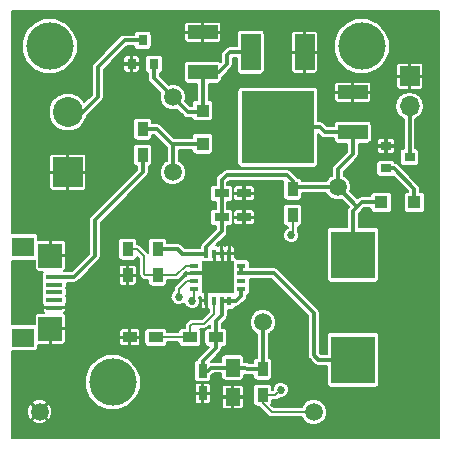
<source format=gtl>
%TF.GenerationSoftware,KiCad,Pcbnew,4.0.6*%
%TF.CreationDate,2017-08-18T11:06:42+02:00*%
%TF.ProjectId,ESP12_pcb,45535031325F7063622E6B696361645F,rev?*%
%TF.FileFunction,Copper,L1,Top,Signal*%
%FSLAX46Y46*%
G04 Gerber Fmt 4.6, Leading zero omitted, Abs format (unit mm)*
G04 Created by KiCad (PCBNEW 4.0.6) date Friday, 18 '18e' August '18e' 2017, 11:06:42*
%MOMM*%
%LPD*%
G01*
G04 APERTURE LIST*
%ADD10C,0.127000*%
%ADD11C,4.000000*%
%ADD12R,2.500000X1.200000*%
%ADD13R,1.200000X0.750000*%
%ADD14R,0.750000X1.200000*%
%ADD15R,1.250000X1.500000*%
%ADD16R,1.900000X1.600000*%
%ADD17R,2.000000X2.100000*%
%ADD18R,1.350000X0.400000*%
%ADD19R,0.900000X1.200000*%
%ADD20R,1.700000X1.700000*%
%ADD21O,1.700000X1.700000*%
%ADD22R,2.540000X2.540000*%
%ADD23C,2.540000*%
%ADD24R,3.700000X4.000000*%
%ADD25R,0.800000X0.900000*%
%ADD26R,0.900000X0.800000*%
%ADD27R,1.200000X0.900000*%
%ADD28R,1.651000X3.048000*%
%ADD29R,6.096000X6.096000*%
%ADD30R,0.800000X0.350000*%
%ADD31R,0.350000X0.800000*%
%ADD32R,2.800000X2.800000*%
%ADD33C,1.500000*%
%ADD34R,1.100000X1.100000*%
%ADD35C,0.685800*%
%ADD36C,0.300000*%
%ADD37C,0.254000*%
%ADD38C,0.152400*%
%ADD39C,0.200000*%
G04 APERTURE END LIST*
D10*
D11*
X107950000Y-111760000D03*
X129032000Y-83312000D03*
D12*
X115570000Y-85520000D03*
X115570000Y-82120000D03*
X128270000Y-90600000D03*
X128270000Y-87200000D03*
D13*
X117160000Y-95758000D03*
X119060000Y-95758000D03*
X117160000Y-97790000D03*
X119060000Y-97790000D03*
D14*
X115570000Y-110810000D03*
X115570000Y-112710000D03*
D15*
X118110000Y-110510000D03*
X118110000Y-113010000D03*
D16*
X100330000Y-100290000D03*
X100330000Y-107990000D03*
D17*
X102680000Y-101040000D03*
X102680000Y-107240000D03*
D18*
X103010000Y-104140000D03*
X103010000Y-104790000D03*
X103010000Y-105440000D03*
X103010000Y-103490000D03*
X103010000Y-102840000D03*
D19*
X110490000Y-90340000D03*
X110490000Y-92540000D03*
D20*
X133096000Y-85852000D03*
D21*
X133096000Y-88392000D03*
D22*
X104140000Y-93980000D03*
D23*
X104140000Y-88900000D03*
D24*
X128270000Y-100960000D03*
X128270000Y-109860000D03*
D25*
X109540000Y-84820000D03*
X111440000Y-84820000D03*
X110490000Y-82820000D03*
D26*
X131080000Y-91760000D03*
X131080000Y-93660000D03*
X133080000Y-92710000D03*
D19*
X123190000Y-95420000D03*
X123190000Y-97620000D03*
X111760000Y-100500000D03*
X111760000Y-102700000D03*
X109220000Y-100500000D03*
X109220000Y-102700000D03*
D27*
X116670000Y-107950000D03*
X114470000Y-107950000D03*
X111590000Y-107950000D03*
X109390000Y-107950000D03*
D19*
X120650000Y-110660000D03*
X120650000Y-112860000D03*
D28*
X124206000Y-83820000D03*
D29*
X121920000Y-90170000D03*
D28*
X119634000Y-83820000D03*
D30*
X118840000Y-103845000D03*
X118840000Y-103195000D03*
X118840000Y-102545000D03*
X118840000Y-101895000D03*
D31*
X117815000Y-100870000D03*
X117165000Y-100870000D03*
X116515000Y-100870000D03*
X115865000Y-100870000D03*
D30*
X114840000Y-101895000D03*
X114840000Y-102545000D03*
X114840000Y-103195000D03*
X114840000Y-103845000D03*
D31*
X115865000Y-104870000D03*
X116515000Y-104870000D03*
X117165000Y-104870000D03*
X117815000Y-104870000D03*
D32*
X116840000Y-102870000D03*
D33*
X127000000Y-95250000D03*
X113030000Y-93980000D03*
X113030000Y-87630000D03*
X124968000Y-114300000D03*
X120650000Y-106680000D03*
D11*
X102616000Y-83312000D03*
D34*
X130680000Y-96520000D03*
X133480000Y-96520000D03*
X115570000Y-88770000D03*
X115570000Y-91570000D03*
D33*
X101752400Y-114249200D03*
D35*
X113538000Y-104521000D03*
X123063000Y-99314000D03*
X114681000Y-104902000D03*
X122174000Y-112395000D03*
D36*
X115570000Y-85520000D02*
X116918000Y-85520000D01*
X117856000Y-83820000D02*
X119634000Y-83820000D01*
X117602000Y-84074000D02*
X117856000Y-83820000D01*
X117602000Y-84836000D02*
X117602000Y-84074000D01*
X116918000Y-85520000D02*
X117602000Y-84836000D01*
X116410000Y-85520000D02*
X115570000Y-85520000D01*
X115570000Y-85520000D02*
X115570000Y-88770000D01*
X113030000Y-87630000D02*
X114300000Y-88900000D01*
X111440000Y-84820000D02*
X111440000Y-86040000D01*
X111440000Y-86040000D02*
X113030000Y-87630000D01*
X114300000Y-88900000D02*
X115440000Y-88900000D01*
X115440000Y-88900000D02*
X115570000Y-88770000D01*
D37*
X117165000Y-100870000D02*
X117165000Y-102545000D01*
X117165000Y-102545000D02*
X116840000Y-102870000D01*
X116515000Y-100870000D02*
X116515000Y-102545000D01*
X116515000Y-102545000D02*
X117165000Y-101895000D01*
X117165000Y-101895000D02*
X117165000Y-102545000D01*
X117165000Y-102545000D02*
X116840000Y-102870000D01*
D36*
X117815000Y-100870000D02*
X117815000Y-101895000D01*
X114840000Y-102545000D02*
X116515000Y-102545000D01*
X115865000Y-104870000D02*
X115865000Y-103845000D01*
X115865000Y-103845000D02*
X116840000Y-102870000D01*
X117815000Y-101895000D02*
X116840000Y-102870000D01*
X117165000Y-102545000D02*
X116840000Y-102870000D01*
X116515000Y-102545000D02*
X116840000Y-102870000D01*
X116515000Y-102545000D02*
X116840000Y-102870000D01*
X127000000Y-95250000D02*
X128651000Y-96901000D01*
X128270000Y-100960000D02*
X128270000Y-97282000D01*
X128270000Y-97282000D02*
X128651000Y-96901000D01*
X129032000Y-96520000D02*
X130680000Y-96520000D01*
X128651000Y-96901000D02*
X129032000Y-96520000D01*
X115865000Y-100870000D02*
X113824000Y-100870000D01*
X113454000Y-100500000D02*
X111760000Y-100500000D01*
X113824000Y-100870000D02*
X113454000Y-100500000D01*
X115865000Y-100870000D02*
X115865000Y-100289000D01*
X117160000Y-98994000D02*
X117160000Y-97790000D01*
X115865000Y-100289000D02*
X117160000Y-98994000D01*
X117160000Y-95758000D02*
X117160000Y-97790000D01*
X117160000Y-95758000D02*
X117160000Y-94676000D01*
X123190000Y-94742000D02*
X123190000Y-95420000D01*
X122682000Y-94234000D02*
X123190000Y-94742000D01*
X117602000Y-94234000D02*
X122682000Y-94234000D01*
X117160000Y-94676000D02*
X117602000Y-94234000D01*
X127000000Y-95250000D02*
X123360000Y-95250000D01*
X123360000Y-95250000D02*
X123190000Y-95420000D01*
X127000000Y-95250000D02*
X127000000Y-93726000D01*
X128270000Y-92456000D02*
X128270000Y-90600000D01*
X127000000Y-93726000D02*
X128270000Y-92456000D01*
X127254000Y-94996000D02*
X127000000Y-95250000D01*
X121920000Y-90170000D02*
X125476000Y-90170000D01*
X125476000Y-90170000D02*
X125906000Y-90600000D01*
X125906000Y-90600000D02*
X128270000Y-90600000D01*
X120650000Y-110660000D02*
X120650000Y-106680000D01*
X118110000Y-110510000D02*
X119146000Y-110510000D01*
X119296000Y-110660000D02*
X120650000Y-110660000D01*
X119146000Y-110510000D02*
X119296000Y-110660000D01*
X115570000Y-110810000D02*
X116012000Y-110810000D01*
X116312000Y-110510000D02*
X118110000Y-110510000D01*
X116012000Y-110810000D02*
X116312000Y-110510000D01*
X117165000Y-104870000D02*
X117165000Y-106101000D01*
X116670000Y-106596000D02*
X116670000Y-107950000D01*
X117165000Y-106101000D02*
X116670000Y-106596000D01*
X115570000Y-110810000D02*
X115570000Y-109982000D01*
X115570000Y-109982000D02*
X116670000Y-108882000D01*
X116670000Y-108882000D02*
X116670000Y-107950000D01*
X117815000Y-104870000D02*
X118396000Y-104870000D01*
X118840000Y-104426000D02*
X118840000Y-103845000D01*
X118396000Y-104870000D02*
X118840000Y-104426000D01*
X117165000Y-104870000D02*
X117815000Y-104870000D01*
X103010000Y-102840000D02*
X104678000Y-102840000D01*
X110490000Y-93980000D02*
X110490000Y-92540000D01*
X106426000Y-98044000D02*
X110490000Y-93980000D01*
X106426000Y-101092000D02*
X106426000Y-98044000D01*
X104678000Y-102840000D02*
X106426000Y-101092000D01*
X115570000Y-91570000D02*
X113154000Y-91570000D01*
X113154000Y-91570000D02*
X113030000Y-91694000D01*
X111676000Y-90340000D02*
X113030000Y-91694000D01*
X110490000Y-90340000D02*
X111676000Y-90340000D01*
X113030000Y-91694000D02*
X113030000Y-93980000D01*
X131080000Y-93660000D02*
X131760000Y-93660000D01*
X133480000Y-95380000D02*
X133480000Y-96520000D01*
X131760000Y-93660000D02*
X133480000Y-95380000D01*
X133080000Y-92710000D02*
X133080000Y-88408000D01*
X133080000Y-88408000D02*
X133096000Y-88392000D01*
X110490000Y-82820000D02*
X108950000Y-82820000D01*
X106680000Y-87630000D02*
X105410000Y-88900000D01*
X106680000Y-85090000D02*
X106680000Y-87630000D01*
X108950000Y-82820000D02*
X106680000Y-85090000D01*
X105410000Y-88900000D02*
X104140000Y-88900000D01*
X118840000Y-102545000D02*
X121595000Y-102545000D01*
X125354000Y-109860000D02*
X128270000Y-109860000D01*
X124968000Y-109474000D02*
X125354000Y-109860000D01*
X124968000Y-105918000D02*
X124968000Y-109474000D01*
X121595000Y-102545000D02*
X124968000Y-105918000D01*
X118840000Y-102545000D02*
X118840000Y-101895000D01*
D38*
X114229000Y-103195000D02*
X113538000Y-103886000D01*
X113538000Y-103886000D02*
X113538000Y-104521000D01*
X114840000Y-103195000D02*
X114229000Y-103195000D01*
X123190000Y-99187000D02*
X123190000Y-97620000D01*
X123063000Y-99314000D02*
X123190000Y-99187000D01*
X109220000Y-100500000D02*
X110025000Y-100500000D01*
X110701000Y-102700000D02*
X111760000Y-102700000D01*
X110617000Y-102616000D02*
X110701000Y-102700000D01*
X110617000Y-101092000D02*
X110617000Y-102616000D01*
X110025000Y-100500000D02*
X110617000Y-101092000D01*
X114840000Y-101895000D02*
X114132000Y-101895000D01*
X113327000Y-102700000D02*
X111760000Y-102700000D01*
X114132000Y-101895000D02*
X113327000Y-102700000D01*
X114470000Y-107950000D02*
X111590000Y-107950000D01*
X116515000Y-104870000D02*
X116515000Y-105989000D01*
X114470000Y-107018000D02*
X114470000Y-107950000D01*
X114681000Y-106807000D02*
X114470000Y-107018000D01*
X115697000Y-106807000D02*
X114681000Y-106807000D01*
X116515000Y-105989000D02*
X115697000Y-106807000D01*
X120650000Y-112860000D02*
X121709000Y-112860000D01*
X114840000Y-104743000D02*
X114681000Y-104902000D01*
X114840000Y-104743000D02*
X114840000Y-103845000D01*
X121709000Y-112860000D02*
X122174000Y-112395000D01*
X120650000Y-112860000D02*
X120650000Y-113538000D01*
X121412000Y-114300000D02*
X124968000Y-114300000D01*
X120650000Y-113538000D02*
X121412000Y-114300000D01*
D39*
G36*
X135536000Y-116486000D02*
X99414000Y-116486000D01*
X99414000Y-114987642D01*
X101084668Y-114987642D01*
X101164272Y-115143754D01*
X101551372Y-115300728D01*
X101969077Y-115297615D01*
X102340528Y-115143754D01*
X102420132Y-114987642D01*
X101752400Y-114319911D01*
X101084668Y-114987642D01*
X99414000Y-114987642D01*
X99414000Y-114048172D01*
X100700872Y-114048172D01*
X100703985Y-114465877D01*
X100857846Y-114837328D01*
X101013958Y-114916932D01*
X101681689Y-114249200D01*
X101823111Y-114249200D01*
X102490842Y-114916932D01*
X102646954Y-114837328D01*
X102803928Y-114450228D01*
X102800815Y-114032523D01*
X102646954Y-113661072D01*
X102490842Y-113581468D01*
X101823111Y-114249200D01*
X101681689Y-114249200D01*
X101013958Y-113581468D01*
X100857846Y-113661072D01*
X100700872Y-114048172D01*
X99414000Y-114048172D01*
X99414000Y-113510758D01*
X101084668Y-113510758D01*
X101752400Y-114178489D01*
X102420132Y-113510758D01*
X102340528Y-113354646D01*
X101953428Y-113197672D01*
X101535723Y-113200785D01*
X101164272Y-113354646D01*
X101084668Y-113510758D01*
X99414000Y-113510758D01*
X99414000Y-112226185D01*
X105595592Y-112226185D01*
X105953212Y-113091692D01*
X106614825Y-113754461D01*
X107479706Y-114113591D01*
X108416185Y-114114408D01*
X109281692Y-113756788D01*
X109944461Y-113095175D01*
X110052495Y-112835000D01*
X114895000Y-112835000D01*
X114895000Y-113369674D01*
X114940672Y-113479937D01*
X115025064Y-113564328D01*
X115135327Y-113610000D01*
X115445000Y-113610000D01*
X115520000Y-113535000D01*
X115520000Y-112760000D01*
X115620000Y-112760000D01*
X115620000Y-113535000D01*
X115695000Y-113610000D01*
X116004673Y-113610000D01*
X116114936Y-113564328D01*
X116199328Y-113479937D01*
X116245000Y-113369674D01*
X116245000Y-113135000D01*
X117185000Y-113135000D01*
X117185000Y-113819674D01*
X117230672Y-113929937D01*
X117315064Y-114014328D01*
X117425327Y-114060000D01*
X117985000Y-114060000D01*
X118060000Y-113985000D01*
X118060000Y-113060000D01*
X118160000Y-113060000D01*
X118160000Y-113985000D01*
X118235000Y-114060000D01*
X118794673Y-114060000D01*
X118904936Y-114014328D01*
X118989328Y-113929937D01*
X119035000Y-113819674D01*
X119035000Y-113135000D01*
X118960000Y-113060000D01*
X118160000Y-113060000D01*
X118060000Y-113060000D01*
X117260000Y-113060000D01*
X117185000Y-113135000D01*
X116245000Y-113135000D01*
X116245000Y-112835000D01*
X116170000Y-112760000D01*
X115620000Y-112760000D01*
X115520000Y-112760000D01*
X114970000Y-112760000D01*
X114895000Y-112835000D01*
X110052495Y-112835000D01*
X110303591Y-112230294D01*
X110303748Y-112050326D01*
X114895000Y-112050326D01*
X114895000Y-112585000D01*
X114970000Y-112660000D01*
X115520000Y-112660000D01*
X115520000Y-111885000D01*
X115620000Y-111885000D01*
X115620000Y-112660000D01*
X116170000Y-112660000D01*
X116245000Y-112585000D01*
X116245000Y-112200326D01*
X117185000Y-112200326D01*
X117185000Y-112885000D01*
X117260000Y-112960000D01*
X118060000Y-112960000D01*
X118060000Y-112035000D01*
X118160000Y-112035000D01*
X118160000Y-112960000D01*
X118960000Y-112960000D01*
X119035000Y-112885000D01*
X119035000Y-112260000D01*
X119839065Y-112260000D01*
X119839065Y-113460000D01*
X119863749Y-113591184D01*
X119941279Y-113711669D01*
X120059576Y-113792498D01*
X120200000Y-113820935D01*
X120331596Y-113820935D01*
X120345803Y-113842197D01*
X121107803Y-114604198D01*
X121247369Y-114697453D01*
X121412000Y-114730200D01*
X123951225Y-114730200D01*
X124031528Y-114924549D01*
X124341818Y-115235380D01*
X124747437Y-115403808D01*
X125186636Y-115404192D01*
X125592549Y-115236472D01*
X125903380Y-114926182D01*
X126071808Y-114520563D01*
X126072192Y-114081364D01*
X125904472Y-113675451D01*
X125594182Y-113364620D01*
X125188563Y-113196192D01*
X124749364Y-113195808D01*
X124343451Y-113363528D01*
X124032620Y-113673818D01*
X123951241Y-113869800D01*
X121590195Y-113869800D01*
X121387165Y-113666771D01*
X121432498Y-113600424D01*
X121460935Y-113460000D01*
X121460935Y-113290200D01*
X121709000Y-113290200D01*
X121873631Y-113257453D01*
X122013197Y-113164197D01*
X122085571Y-113091823D01*
X122312014Y-113092021D01*
X122568246Y-112986147D01*
X122764459Y-112790278D01*
X122870779Y-112534230D01*
X122871021Y-112256986D01*
X122765147Y-112000754D01*
X122569278Y-111804541D01*
X122313230Y-111698221D01*
X122035986Y-111697979D01*
X121779754Y-111803853D01*
X121583541Y-111999722D01*
X121477221Y-112255770D01*
X121477069Y-112429800D01*
X121460935Y-112429800D01*
X121460935Y-112260000D01*
X121436251Y-112128816D01*
X121358721Y-112008331D01*
X121240424Y-111927502D01*
X121100000Y-111899065D01*
X120200000Y-111899065D01*
X120068816Y-111923749D01*
X119948331Y-112001279D01*
X119867502Y-112119576D01*
X119839065Y-112260000D01*
X119035000Y-112260000D01*
X119035000Y-112200326D01*
X118989328Y-112090063D01*
X118904936Y-112005672D01*
X118794673Y-111960000D01*
X118235000Y-111960000D01*
X118160000Y-112035000D01*
X118060000Y-112035000D01*
X117985000Y-111960000D01*
X117425327Y-111960000D01*
X117315064Y-112005672D01*
X117230672Y-112090063D01*
X117185000Y-112200326D01*
X116245000Y-112200326D01*
X116245000Y-112050326D01*
X116199328Y-111940063D01*
X116114936Y-111855672D01*
X116004673Y-111810000D01*
X115695000Y-111810000D01*
X115620000Y-111885000D01*
X115520000Y-111885000D01*
X115445000Y-111810000D01*
X115135327Y-111810000D01*
X115025064Y-111855672D01*
X114940672Y-111940063D01*
X114895000Y-112050326D01*
X110303748Y-112050326D01*
X110304408Y-111293815D01*
X109946788Y-110428308D01*
X109285175Y-109765539D01*
X108420294Y-109406409D01*
X107483815Y-109405592D01*
X106618308Y-109763212D01*
X105955539Y-110424825D01*
X105596409Y-111289706D01*
X105595592Y-112226185D01*
X99414000Y-112226185D01*
X99414000Y-109150935D01*
X101280000Y-109150935D01*
X101411184Y-109126251D01*
X101531669Y-109048721D01*
X101612498Y-108930424D01*
X101640935Y-108790000D01*
X101640935Y-108590000D01*
X102555000Y-108590000D01*
X102630000Y-108515000D01*
X102630000Y-107290000D01*
X102730000Y-107290000D01*
X102730000Y-108515000D01*
X102805000Y-108590000D01*
X103739673Y-108590000D01*
X103849936Y-108544328D01*
X103934328Y-108459937D01*
X103980000Y-108349674D01*
X103980000Y-108075000D01*
X108490000Y-108075000D01*
X108490000Y-108459673D01*
X108535672Y-108569936D01*
X108620063Y-108654328D01*
X108730326Y-108700000D01*
X109265000Y-108700000D01*
X109340000Y-108625000D01*
X109340000Y-108000000D01*
X109440000Y-108000000D01*
X109440000Y-108625000D01*
X109515000Y-108700000D01*
X110049674Y-108700000D01*
X110159937Y-108654328D01*
X110244328Y-108569936D01*
X110290000Y-108459673D01*
X110290000Y-108075000D01*
X110215000Y-108000000D01*
X109440000Y-108000000D01*
X109340000Y-108000000D01*
X108565000Y-108000000D01*
X108490000Y-108075000D01*
X103980000Y-108075000D01*
X103980000Y-107440327D01*
X108490000Y-107440327D01*
X108490000Y-107825000D01*
X108565000Y-107900000D01*
X109340000Y-107900000D01*
X109340000Y-107275000D01*
X109440000Y-107275000D01*
X109440000Y-107900000D01*
X110215000Y-107900000D01*
X110290000Y-107825000D01*
X110290000Y-107440327D01*
X110244328Y-107330064D01*
X110159937Y-107245672D01*
X110049674Y-107200000D01*
X109515000Y-107200000D01*
X109440000Y-107275000D01*
X109340000Y-107275000D01*
X109265000Y-107200000D01*
X108730326Y-107200000D01*
X108620063Y-107245672D01*
X108535672Y-107330064D01*
X108490000Y-107440327D01*
X103980000Y-107440327D01*
X103980000Y-107365000D01*
X103905000Y-107290000D01*
X102730000Y-107290000D01*
X102630000Y-107290000D01*
X102610000Y-107290000D01*
X102610000Y-107190000D01*
X102630000Y-107190000D01*
X102630000Y-107170000D01*
X102730000Y-107170000D01*
X102730000Y-107190000D01*
X103905000Y-107190000D01*
X103980000Y-107115000D01*
X103980000Y-106130326D01*
X103934328Y-106020063D01*
X103849936Y-105935672D01*
X103802529Y-105916036D01*
X103854936Y-105894328D01*
X103939328Y-105809937D01*
X103985000Y-105699674D01*
X103985000Y-105565000D01*
X103910000Y-105490000D01*
X103060000Y-105490000D01*
X103060000Y-105510000D01*
X102960000Y-105510000D01*
X102960000Y-105490000D01*
X102110000Y-105490000D01*
X102035000Y-105565000D01*
X102035000Y-105699674D01*
X102080672Y-105809937D01*
X102160736Y-105890000D01*
X101620327Y-105890000D01*
X101510064Y-105935672D01*
X101425672Y-106020063D01*
X101380000Y-106130326D01*
X101380000Y-106849316D01*
X101280000Y-106829065D01*
X99414000Y-106829065D01*
X99414000Y-101450935D01*
X101280000Y-101450935D01*
X101380000Y-101432119D01*
X101380000Y-102149674D01*
X101425672Y-102259937D01*
X101510064Y-102344328D01*
X101620327Y-102390000D01*
X102077372Y-102390000D01*
X102002502Y-102499576D01*
X101974065Y-102640000D01*
X101974065Y-103040000D01*
X101998449Y-103169590D01*
X101974065Y-103290000D01*
X101974065Y-103690000D01*
X101998449Y-103819590D01*
X101974065Y-103940000D01*
X101974065Y-104340000D01*
X101998449Y-104469590D01*
X101974065Y-104590000D01*
X101974065Y-104990000D01*
X101998749Y-105121184D01*
X102035707Y-105178619D01*
X102035000Y-105180326D01*
X102035000Y-105315000D01*
X102110000Y-105390000D01*
X102960000Y-105390000D01*
X102960000Y-105370000D01*
X103060000Y-105370000D01*
X103060000Y-105390000D01*
X103910000Y-105390000D01*
X103985000Y-105315000D01*
X103985000Y-105180326D01*
X103984397Y-105178869D01*
X104017498Y-105130424D01*
X104045935Y-104990000D01*
X104045935Y-104590000D01*
X104021551Y-104460410D01*
X104045935Y-104340000D01*
X104045935Y-103940000D01*
X104021551Y-103810410D01*
X104045935Y-103690000D01*
X104045935Y-103344000D01*
X104678000Y-103344000D01*
X104870873Y-103305635D01*
X105034382Y-103196382D01*
X105405764Y-102825000D01*
X108470000Y-102825000D01*
X108470000Y-103359674D01*
X108515672Y-103469937D01*
X108600064Y-103554328D01*
X108710327Y-103600000D01*
X109095000Y-103600000D01*
X109170000Y-103525000D01*
X109170000Y-102750000D01*
X109270000Y-102750000D01*
X109270000Y-103525000D01*
X109345000Y-103600000D01*
X109729673Y-103600000D01*
X109839936Y-103554328D01*
X109924328Y-103469937D01*
X109970000Y-103359674D01*
X109970000Y-102825000D01*
X109895000Y-102750000D01*
X109270000Y-102750000D01*
X109170000Y-102750000D01*
X108545000Y-102750000D01*
X108470000Y-102825000D01*
X105405764Y-102825000D01*
X106190438Y-102040326D01*
X108470000Y-102040326D01*
X108470000Y-102575000D01*
X108545000Y-102650000D01*
X109170000Y-102650000D01*
X109170000Y-101875000D01*
X109270000Y-101875000D01*
X109270000Y-102650000D01*
X109895000Y-102650000D01*
X109970000Y-102575000D01*
X109970000Y-102040326D01*
X109924328Y-101930063D01*
X109839936Y-101845672D01*
X109729673Y-101800000D01*
X109345000Y-101800000D01*
X109270000Y-101875000D01*
X109170000Y-101875000D01*
X109095000Y-101800000D01*
X108710327Y-101800000D01*
X108600064Y-101845672D01*
X108515672Y-101930063D01*
X108470000Y-102040326D01*
X106190438Y-102040326D01*
X106782382Y-101448382D01*
X106891635Y-101284873D01*
X106930000Y-101092000D01*
X106930000Y-99900000D01*
X108409065Y-99900000D01*
X108409065Y-101100000D01*
X108433749Y-101231184D01*
X108511279Y-101351669D01*
X108629576Y-101432498D01*
X108770000Y-101460935D01*
X109670000Y-101460935D01*
X109801184Y-101436251D01*
X109921669Y-101358721D01*
X110002498Y-101240424D01*
X110028522Y-101111916D01*
X110186800Y-101270195D01*
X110186800Y-102616000D01*
X110219547Y-102780631D01*
X110312803Y-102920197D01*
X110396803Y-103004197D01*
X110536369Y-103097453D01*
X110701000Y-103130200D01*
X110949065Y-103130200D01*
X110949065Y-103300000D01*
X110973749Y-103431184D01*
X111051279Y-103551669D01*
X111169576Y-103632498D01*
X111310000Y-103660935D01*
X112210000Y-103660935D01*
X112341184Y-103636251D01*
X112461669Y-103558721D01*
X112542498Y-103440424D01*
X112570935Y-103300000D01*
X112570935Y-103130200D01*
X113327000Y-103130200D01*
X113491631Y-103097453D01*
X113631197Y-103004197D01*
X114177697Y-102457697D01*
X114215000Y-102495000D01*
X114790000Y-102495000D01*
X114790000Y-102475000D01*
X114890000Y-102475000D01*
X114890000Y-102495000D01*
X114910000Y-102495000D01*
X114910000Y-102595000D01*
X114890000Y-102595000D01*
X114890000Y-102615000D01*
X114790000Y-102615000D01*
X114790000Y-102595000D01*
X114215000Y-102595000D01*
X114140000Y-102670000D01*
X114140000Y-102779673D01*
X114141083Y-102782288D01*
X114064370Y-102797547D01*
X113924803Y-102890802D01*
X113233803Y-103581803D01*
X113140547Y-103721369D01*
X113140547Y-103721370D01*
X113107800Y-103886000D01*
X113107800Y-103965744D01*
X112947541Y-104125722D01*
X112841221Y-104381770D01*
X112840979Y-104659014D01*
X112946853Y-104915246D01*
X113142722Y-105111459D01*
X113398770Y-105217779D01*
X113676014Y-105218021D01*
X113932246Y-105112147D01*
X113989973Y-105054521D01*
X114089853Y-105296246D01*
X114285722Y-105492459D01*
X114541770Y-105598779D01*
X114819014Y-105599021D01*
X115075246Y-105493147D01*
X115271459Y-105297278D01*
X115377779Y-105041230D01*
X115377819Y-104995000D01*
X115390000Y-104995000D01*
X115390000Y-105329674D01*
X115435672Y-105439937D01*
X115520064Y-105524328D01*
X115630327Y-105570000D01*
X115740000Y-105570000D01*
X115815000Y-105495000D01*
X115815000Y-104920000D01*
X115465000Y-104920000D01*
X115390000Y-104995000D01*
X115377819Y-104995000D01*
X115378021Y-104763986D01*
X115280840Y-104528792D01*
X115380326Y-104570000D01*
X115390000Y-104570000D01*
X115390000Y-104745000D01*
X115465000Y-104820000D01*
X115815000Y-104820000D01*
X115815000Y-104800000D01*
X115915000Y-104800000D01*
X115915000Y-104820000D01*
X115935000Y-104820000D01*
X115935000Y-104920000D01*
X115915000Y-104920000D01*
X115915000Y-105495000D01*
X115990000Y-105570000D01*
X116084800Y-105570000D01*
X116084800Y-105810805D01*
X115518806Y-106376800D01*
X114681000Y-106376800D01*
X114543683Y-106404114D01*
X114516369Y-106409547D01*
X114376803Y-106502803D01*
X114165803Y-106713803D01*
X114072547Y-106853369D01*
X114071725Y-106857502D01*
X114039800Y-107018000D01*
X114039800Y-107139065D01*
X113870000Y-107139065D01*
X113738816Y-107163749D01*
X113618331Y-107241279D01*
X113537502Y-107359576D01*
X113509065Y-107500000D01*
X113509065Y-107519800D01*
X112550935Y-107519800D01*
X112550935Y-107500000D01*
X112526251Y-107368816D01*
X112448721Y-107248331D01*
X112330424Y-107167502D01*
X112190000Y-107139065D01*
X110990000Y-107139065D01*
X110858816Y-107163749D01*
X110738331Y-107241279D01*
X110657502Y-107359576D01*
X110629065Y-107500000D01*
X110629065Y-108400000D01*
X110653749Y-108531184D01*
X110731279Y-108651669D01*
X110849576Y-108732498D01*
X110990000Y-108760935D01*
X112190000Y-108760935D01*
X112321184Y-108736251D01*
X112441669Y-108658721D01*
X112522498Y-108540424D01*
X112550935Y-108400000D01*
X112550935Y-108380200D01*
X113509065Y-108380200D01*
X113509065Y-108400000D01*
X113533749Y-108531184D01*
X113611279Y-108651669D01*
X113729576Y-108732498D01*
X113870000Y-108760935D01*
X115070000Y-108760935D01*
X115201184Y-108736251D01*
X115321669Y-108658721D01*
X115402498Y-108540424D01*
X115430935Y-108400000D01*
X115430935Y-107500000D01*
X115406251Y-107368816D01*
X115328721Y-107248331D01*
X115312430Y-107237200D01*
X115697000Y-107237200D01*
X115861631Y-107204453D01*
X116001197Y-107111197D01*
X116166000Y-106946394D01*
X116166000Y-107139065D01*
X116070000Y-107139065D01*
X115938816Y-107163749D01*
X115818331Y-107241279D01*
X115737502Y-107359576D01*
X115709065Y-107500000D01*
X115709065Y-108400000D01*
X115733749Y-108531184D01*
X115811279Y-108651669D01*
X115929576Y-108732498D01*
X116070000Y-108760935D01*
X116078301Y-108760935D01*
X115213618Y-109625618D01*
X115104365Y-109789127D01*
X115088455Y-109869113D01*
X115063816Y-109873749D01*
X114943331Y-109951279D01*
X114862502Y-110069576D01*
X114834065Y-110210000D01*
X114834065Y-111410000D01*
X114858749Y-111541184D01*
X114936279Y-111661669D01*
X115054576Y-111742498D01*
X115195000Y-111770935D01*
X115945000Y-111770935D01*
X116076184Y-111746251D01*
X116196669Y-111668721D01*
X116277498Y-111550424D01*
X116305935Y-111410000D01*
X116305935Y-111208108D01*
X116368382Y-111166382D01*
X116520764Y-111014000D01*
X117124065Y-111014000D01*
X117124065Y-111260000D01*
X117148749Y-111391184D01*
X117226279Y-111511669D01*
X117344576Y-111592498D01*
X117485000Y-111620935D01*
X118735000Y-111620935D01*
X118866184Y-111596251D01*
X118986669Y-111518721D01*
X119067498Y-111400424D01*
X119095935Y-111260000D01*
X119095935Y-111120829D01*
X119103127Y-111125635D01*
X119296000Y-111164000D01*
X119839065Y-111164000D01*
X119839065Y-111260000D01*
X119863749Y-111391184D01*
X119941279Y-111511669D01*
X120059576Y-111592498D01*
X120200000Y-111620935D01*
X121100000Y-111620935D01*
X121231184Y-111596251D01*
X121351669Y-111518721D01*
X121432498Y-111400424D01*
X121460935Y-111260000D01*
X121460935Y-110060000D01*
X121436251Y-109928816D01*
X121358721Y-109808331D01*
X121240424Y-109727502D01*
X121154000Y-109710000D01*
X121154000Y-107666282D01*
X121274549Y-107616472D01*
X121585380Y-107306182D01*
X121753808Y-106900563D01*
X121754192Y-106461364D01*
X121586472Y-106055451D01*
X121276182Y-105744620D01*
X120870563Y-105576192D01*
X120431364Y-105575808D01*
X120025451Y-105743528D01*
X119714620Y-106053818D01*
X119546192Y-106459437D01*
X119545808Y-106898636D01*
X119713528Y-107304549D01*
X120023818Y-107615380D01*
X120146000Y-107666114D01*
X120146000Y-109709226D01*
X120068816Y-109723749D01*
X119948331Y-109801279D01*
X119867502Y-109919576D01*
X119839065Y-110060000D01*
X119839065Y-110156000D01*
X119504764Y-110156000D01*
X119502382Y-110153618D01*
X119338873Y-110044365D01*
X119146000Y-110006000D01*
X119095935Y-110006000D01*
X119095935Y-109760000D01*
X119071251Y-109628816D01*
X118993721Y-109508331D01*
X118875424Y-109427502D01*
X118735000Y-109399065D01*
X117485000Y-109399065D01*
X117353816Y-109423749D01*
X117233331Y-109501279D01*
X117152502Y-109619576D01*
X117124065Y-109760000D01*
X117124065Y-110006000D01*
X116312000Y-110006000D01*
X116245545Y-110019219D01*
X117026382Y-109238382D01*
X117135635Y-109074873D01*
X117174000Y-108882000D01*
X117174000Y-108760935D01*
X117270000Y-108760935D01*
X117401184Y-108736251D01*
X117521669Y-108658721D01*
X117602498Y-108540424D01*
X117630935Y-108400000D01*
X117630935Y-107500000D01*
X117606251Y-107368816D01*
X117528721Y-107248331D01*
X117410424Y-107167502D01*
X117270000Y-107139065D01*
X117174000Y-107139065D01*
X117174000Y-106804764D01*
X117521382Y-106457382D01*
X117630635Y-106293872D01*
X117669000Y-106101000D01*
X117669000Y-105630935D01*
X117990000Y-105630935D01*
X118121184Y-105606251D01*
X118241669Y-105528721D01*
X118322498Y-105410424D01*
X118329874Y-105374000D01*
X118396000Y-105374000D01*
X118588873Y-105335635D01*
X118752382Y-105226382D01*
X119196382Y-104782382D01*
X119305635Y-104618872D01*
X119344000Y-104426000D01*
X119344000Y-104361366D01*
X119371184Y-104356251D01*
X119491669Y-104278721D01*
X119572498Y-104160424D01*
X119600935Y-104020000D01*
X119600935Y-103670000D01*
X119576251Y-103538816D01*
X119565022Y-103521366D01*
X119572498Y-103510424D01*
X119600935Y-103370000D01*
X119600935Y-103049000D01*
X121386236Y-103049000D01*
X124464000Y-106126764D01*
X124464000Y-109474000D01*
X124502365Y-109666873D01*
X124611618Y-109830382D01*
X124997618Y-110216382D01*
X125161128Y-110325635D01*
X125354000Y-110364000D01*
X126059065Y-110364000D01*
X126059065Y-111860000D01*
X126083749Y-111991184D01*
X126161279Y-112111669D01*
X126279576Y-112192498D01*
X126420000Y-112220935D01*
X130120000Y-112220935D01*
X130251184Y-112196251D01*
X130371669Y-112118721D01*
X130452498Y-112000424D01*
X130480935Y-111860000D01*
X130480935Y-107860000D01*
X130456251Y-107728816D01*
X130378721Y-107608331D01*
X130260424Y-107527502D01*
X130120000Y-107499065D01*
X126420000Y-107499065D01*
X126288816Y-107523749D01*
X126168331Y-107601279D01*
X126087502Y-107719576D01*
X126059065Y-107860000D01*
X126059065Y-109356000D01*
X125562764Y-109356000D01*
X125472000Y-109265236D01*
X125472000Y-105918000D01*
X125461458Y-105865000D01*
X125433635Y-105725127D01*
X125324382Y-105561618D01*
X121951382Y-102188618D01*
X121787873Y-102079365D01*
X121595000Y-102041000D01*
X119600935Y-102041000D01*
X119600935Y-101720000D01*
X119576251Y-101588816D01*
X119498721Y-101468331D01*
X119380424Y-101387502D01*
X119240000Y-101359065D01*
X118518767Y-101359065D01*
X118494328Y-101300064D01*
X118409937Y-101215672D01*
X118299674Y-101170000D01*
X118290000Y-101170000D01*
X118290000Y-100995000D01*
X118215000Y-100920000D01*
X117865000Y-100920000D01*
X117865000Y-100940000D01*
X117765000Y-100940000D01*
X117765000Y-100920000D01*
X117215000Y-100920000D01*
X117215000Y-100940000D01*
X117115000Y-100940000D01*
X117115000Y-100920000D01*
X116565000Y-100920000D01*
X116565000Y-100940000D01*
X116465000Y-100940000D01*
X116465000Y-100920000D01*
X116445000Y-100920000D01*
X116445000Y-100820000D01*
X116465000Y-100820000D01*
X116465000Y-100800000D01*
X116565000Y-100800000D01*
X116565000Y-100820000D01*
X117115000Y-100820000D01*
X117115000Y-100245000D01*
X117215000Y-100245000D01*
X117215000Y-100820000D01*
X117765000Y-100820000D01*
X117765000Y-100245000D01*
X117865000Y-100245000D01*
X117865000Y-100820000D01*
X118215000Y-100820000D01*
X118290000Y-100745000D01*
X118290000Y-100410326D01*
X118244328Y-100300063D01*
X118159936Y-100215672D01*
X118049673Y-100170000D01*
X117940000Y-100170000D01*
X117865000Y-100245000D01*
X117765000Y-100245000D01*
X117690000Y-100170000D01*
X117580327Y-100170000D01*
X117490000Y-100207414D01*
X117399673Y-100170000D01*
X117290000Y-100170000D01*
X117215000Y-100245000D01*
X117115000Y-100245000D01*
X117040000Y-100170000D01*
X116930327Y-100170000D01*
X116840000Y-100207414D01*
X116749673Y-100170000D01*
X116696764Y-100170000D01*
X117414750Y-99452014D01*
X122365979Y-99452014D01*
X122471853Y-99708246D01*
X122667722Y-99904459D01*
X122923770Y-100010779D01*
X123201014Y-100011021D01*
X123457246Y-99905147D01*
X123653459Y-99709278D01*
X123759779Y-99453230D01*
X123760021Y-99175986D01*
X123654147Y-98919754D01*
X123620200Y-98885747D01*
X123620200Y-98580935D01*
X123640000Y-98580935D01*
X123771184Y-98556251D01*
X123891669Y-98478721D01*
X123972498Y-98360424D01*
X124000935Y-98220000D01*
X124000935Y-97020000D01*
X123976251Y-96888816D01*
X123898721Y-96768331D01*
X123780424Y-96687502D01*
X123640000Y-96659065D01*
X122740000Y-96659065D01*
X122608816Y-96683749D01*
X122488331Y-96761279D01*
X122407502Y-96879576D01*
X122379065Y-97020000D01*
X122379065Y-98220000D01*
X122403749Y-98351184D01*
X122481279Y-98471669D01*
X122599576Y-98552498D01*
X122740000Y-98580935D01*
X122759800Y-98580935D01*
X122759800Y-98685233D01*
X122668754Y-98722853D01*
X122472541Y-98918722D01*
X122366221Y-99174770D01*
X122365979Y-99452014D01*
X117414750Y-99452014D01*
X117516382Y-99350382D01*
X117625635Y-99186872D01*
X117664001Y-98994000D01*
X117664000Y-98993995D01*
X117664000Y-98525935D01*
X117760000Y-98525935D01*
X117891184Y-98501251D01*
X118011669Y-98423721D01*
X118092498Y-98305424D01*
X118120935Y-98165000D01*
X118120935Y-97915000D01*
X118160000Y-97915000D01*
X118160000Y-98224673D01*
X118205672Y-98334936D01*
X118290063Y-98419328D01*
X118400326Y-98465000D01*
X118935000Y-98465000D01*
X119010000Y-98390000D01*
X119010000Y-97840000D01*
X119110000Y-97840000D01*
X119110000Y-98390000D01*
X119185000Y-98465000D01*
X119719674Y-98465000D01*
X119829937Y-98419328D01*
X119914328Y-98334936D01*
X119960000Y-98224673D01*
X119960000Y-97915000D01*
X119885000Y-97840000D01*
X119110000Y-97840000D01*
X119010000Y-97840000D01*
X118235000Y-97840000D01*
X118160000Y-97915000D01*
X118120935Y-97915000D01*
X118120935Y-97415000D01*
X118109707Y-97355327D01*
X118160000Y-97355327D01*
X118160000Y-97665000D01*
X118235000Y-97740000D01*
X119010000Y-97740000D01*
X119010000Y-97190000D01*
X119110000Y-97190000D01*
X119110000Y-97740000D01*
X119885000Y-97740000D01*
X119960000Y-97665000D01*
X119960000Y-97355327D01*
X119914328Y-97245064D01*
X119829937Y-97160672D01*
X119719674Y-97115000D01*
X119185000Y-97115000D01*
X119110000Y-97190000D01*
X119010000Y-97190000D01*
X118935000Y-97115000D01*
X118400326Y-97115000D01*
X118290063Y-97160672D01*
X118205672Y-97245064D01*
X118160000Y-97355327D01*
X118109707Y-97355327D01*
X118096251Y-97283816D01*
X118018721Y-97163331D01*
X117900424Y-97082502D01*
X117760000Y-97054065D01*
X117664000Y-97054065D01*
X117664000Y-96493935D01*
X117760000Y-96493935D01*
X117891184Y-96469251D01*
X118011669Y-96391721D01*
X118092498Y-96273424D01*
X118120935Y-96133000D01*
X118120935Y-95883000D01*
X118160000Y-95883000D01*
X118160000Y-96192673D01*
X118205672Y-96302936D01*
X118290063Y-96387328D01*
X118400326Y-96433000D01*
X118935000Y-96433000D01*
X119010000Y-96358000D01*
X119010000Y-95808000D01*
X119110000Y-95808000D01*
X119110000Y-96358000D01*
X119185000Y-96433000D01*
X119719674Y-96433000D01*
X119829937Y-96387328D01*
X119914328Y-96302936D01*
X119960000Y-96192673D01*
X119960000Y-95883000D01*
X119885000Y-95808000D01*
X119110000Y-95808000D01*
X119010000Y-95808000D01*
X118235000Y-95808000D01*
X118160000Y-95883000D01*
X118120935Y-95883000D01*
X118120935Y-95383000D01*
X118109707Y-95323327D01*
X118160000Y-95323327D01*
X118160000Y-95633000D01*
X118235000Y-95708000D01*
X119010000Y-95708000D01*
X119010000Y-95158000D01*
X119110000Y-95158000D01*
X119110000Y-95708000D01*
X119885000Y-95708000D01*
X119960000Y-95633000D01*
X119960000Y-95323327D01*
X119914328Y-95213064D01*
X119829937Y-95128672D01*
X119719674Y-95083000D01*
X119185000Y-95083000D01*
X119110000Y-95158000D01*
X119010000Y-95158000D01*
X118935000Y-95083000D01*
X118400326Y-95083000D01*
X118290063Y-95128672D01*
X118205672Y-95213064D01*
X118160000Y-95323327D01*
X118109707Y-95323327D01*
X118096251Y-95251816D01*
X118018721Y-95131331D01*
X117900424Y-95050502D01*
X117760000Y-95022065D01*
X117664000Y-95022065D01*
X117664000Y-94884764D01*
X117810764Y-94738000D01*
X122395671Y-94738000D01*
X122379065Y-94820000D01*
X122379065Y-96020000D01*
X122403749Y-96151184D01*
X122481279Y-96271669D01*
X122599576Y-96352498D01*
X122740000Y-96380935D01*
X123640000Y-96380935D01*
X123771184Y-96356251D01*
X123891669Y-96278721D01*
X123972498Y-96160424D01*
X124000935Y-96020000D01*
X124000935Y-95754000D01*
X126013718Y-95754000D01*
X126063528Y-95874549D01*
X126373818Y-96185380D01*
X126779437Y-96353808D01*
X127218636Y-96354192D01*
X127340907Y-96303671D01*
X127938236Y-96901000D01*
X127913618Y-96925618D01*
X127804365Y-97089127D01*
X127804365Y-97089128D01*
X127766000Y-97282000D01*
X127766000Y-98599065D01*
X126420000Y-98599065D01*
X126288816Y-98623749D01*
X126168331Y-98701279D01*
X126087502Y-98819576D01*
X126059065Y-98960000D01*
X126059065Y-102960000D01*
X126083749Y-103091184D01*
X126161279Y-103211669D01*
X126279576Y-103292498D01*
X126420000Y-103320935D01*
X130120000Y-103320935D01*
X130251184Y-103296251D01*
X130371669Y-103218721D01*
X130452498Y-103100424D01*
X130480935Y-102960000D01*
X130480935Y-98960000D01*
X130456251Y-98828816D01*
X130378721Y-98708331D01*
X130260424Y-98627502D01*
X130120000Y-98599065D01*
X128774000Y-98599065D01*
X128774000Y-97490764D01*
X129240764Y-97024000D01*
X129769065Y-97024000D01*
X129769065Y-97070000D01*
X129793749Y-97201184D01*
X129871279Y-97321669D01*
X129989576Y-97402498D01*
X130130000Y-97430935D01*
X131230000Y-97430935D01*
X131361184Y-97406251D01*
X131481669Y-97328721D01*
X131562498Y-97210424D01*
X131590935Y-97070000D01*
X131590935Y-95970000D01*
X131566251Y-95838816D01*
X131488721Y-95718331D01*
X131370424Y-95637502D01*
X131230000Y-95609065D01*
X130130000Y-95609065D01*
X129998816Y-95633749D01*
X129878331Y-95711279D01*
X129797502Y-95829576D01*
X129769065Y-95970000D01*
X129769065Y-96016000D01*
X129032000Y-96016000D01*
X128839127Y-96054365D01*
X128675618Y-96163618D01*
X128651000Y-96188236D01*
X128053788Y-95591024D01*
X128103808Y-95470563D01*
X128104192Y-95031364D01*
X127936472Y-94625451D01*
X127626182Y-94314620D01*
X127504000Y-94263886D01*
X127504000Y-93934764D01*
X128178764Y-93260000D01*
X130269065Y-93260000D01*
X130269065Y-94060000D01*
X130293749Y-94191184D01*
X130371279Y-94311669D01*
X130489576Y-94392498D01*
X130630000Y-94420935D01*
X131530000Y-94420935D01*
X131661184Y-94396251D01*
X131735601Y-94348365D01*
X132976000Y-95588764D01*
X132976000Y-95609065D01*
X132930000Y-95609065D01*
X132798816Y-95633749D01*
X132678331Y-95711279D01*
X132597502Y-95829576D01*
X132569065Y-95970000D01*
X132569065Y-97070000D01*
X132593749Y-97201184D01*
X132671279Y-97321669D01*
X132789576Y-97402498D01*
X132930000Y-97430935D01*
X134030000Y-97430935D01*
X134161184Y-97406251D01*
X134281669Y-97328721D01*
X134362498Y-97210424D01*
X134390935Y-97070000D01*
X134390935Y-95970000D01*
X134366251Y-95838816D01*
X134288721Y-95718331D01*
X134170424Y-95637502D01*
X134030000Y-95609065D01*
X133984000Y-95609065D01*
X133984000Y-95380000D01*
X133958937Y-95254000D01*
X133945635Y-95187127D01*
X133836382Y-95023618D01*
X132116382Y-93303618D01*
X131952873Y-93194365D01*
X131875696Y-93179014D01*
X131866251Y-93128816D01*
X131788721Y-93008331D01*
X131670424Y-92927502D01*
X131530000Y-92899065D01*
X130630000Y-92899065D01*
X130498816Y-92923749D01*
X130378331Y-93001279D01*
X130297502Y-93119576D01*
X130269065Y-93260000D01*
X128178764Y-93260000D01*
X128626382Y-92812382D01*
X128735635Y-92648873D01*
X128774000Y-92456000D01*
X128774000Y-91885000D01*
X130330000Y-91885000D01*
X130330000Y-92219673D01*
X130375672Y-92329936D01*
X130460063Y-92414328D01*
X130570326Y-92460000D01*
X130955000Y-92460000D01*
X131030000Y-92385000D01*
X131030000Y-91810000D01*
X131130000Y-91810000D01*
X131130000Y-92385000D01*
X131205000Y-92460000D01*
X131589674Y-92460000D01*
X131699937Y-92414328D01*
X131784328Y-92329936D01*
X131830000Y-92219673D01*
X131830000Y-91885000D01*
X131755000Y-91810000D01*
X131130000Y-91810000D01*
X131030000Y-91810000D01*
X130405000Y-91810000D01*
X130330000Y-91885000D01*
X128774000Y-91885000D01*
X128774000Y-91560935D01*
X129520000Y-91560935D01*
X129651184Y-91536251D01*
X129771669Y-91458721D01*
X129852498Y-91340424D01*
X129860617Y-91300327D01*
X130330000Y-91300327D01*
X130330000Y-91635000D01*
X130405000Y-91710000D01*
X131030000Y-91710000D01*
X131030000Y-91135000D01*
X131130000Y-91135000D01*
X131130000Y-91710000D01*
X131755000Y-91710000D01*
X131830000Y-91635000D01*
X131830000Y-91300327D01*
X131784328Y-91190064D01*
X131699937Y-91105672D01*
X131589674Y-91060000D01*
X131205000Y-91060000D01*
X131130000Y-91135000D01*
X131030000Y-91135000D01*
X130955000Y-91060000D01*
X130570326Y-91060000D01*
X130460063Y-91105672D01*
X130375672Y-91190064D01*
X130330000Y-91300327D01*
X129860617Y-91300327D01*
X129880935Y-91200000D01*
X129880935Y-90000000D01*
X129856251Y-89868816D01*
X129778721Y-89748331D01*
X129660424Y-89667502D01*
X129520000Y-89639065D01*
X127020000Y-89639065D01*
X126888816Y-89663749D01*
X126768331Y-89741279D01*
X126687502Y-89859576D01*
X126659065Y-90000000D01*
X126659065Y-90096000D01*
X126114764Y-90096000D01*
X125832382Y-89813618D01*
X125668873Y-89704365D01*
X125476000Y-89666000D01*
X125328935Y-89666000D01*
X125328935Y-88392000D01*
X131868412Y-88392000D01*
X131960061Y-88852751D01*
X132221055Y-89243357D01*
X132576000Y-89480523D01*
X132576000Y-91959226D01*
X132498816Y-91973749D01*
X132378331Y-92051279D01*
X132297502Y-92169576D01*
X132269065Y-92310000D01*
X132269065Y-93110000D01*
X132293749Y-93241184D01*
X132371279Y-93361669D01*
X132489576Y-93442498D01*
X132630000Y-93470935D01*
X133530000Y-93470935D01*
X133661184Y-93446251D01*
X133781669Y-93368721D01*
X133862498Y-93250424D01*
X133890935Y-93110000D01*
X133890935Y-92310000D01*
X133866251Y-92178816D01*
X133788721Y-92058331D01*
X133670424Y-91977502D01*
X133584000Y-91960000D01*
X133584000Y-89501905D01*
X133970945Y-89243357D01*
X134231939Y-88852751D01*
X134323588Y-88392000D01*
X134231939Y-87931249D01*
X133970945Y-87540643D01*
X133580339Y-87279649D01*
X133119588Y-87188000D01*
X133072412Y-87188000D01*
X132611661Y-87279649D01*
X132221055Y-87540643D01*
X131960061Y-87931249D01*
X131868412Y-88392000D01*
X125328935Y-88392000D01*
X125328935Y-87325000D01*
X126720000Y-87325000D01*
X126720000Y-87859674D01*
X126765672Y-87969937D01*
X126850064Y-88054328D01*
X126960327Y-88100000D01*
X128145000Y-88100000D01*
X128220000Y-88025000D01*
X128220000Y-87250000D01*
X128320000Y-87250000D01*
X128320000Y-88025000D01*
X128395000Y-88100000D01*
X129579673Y-88100000D01*
X129689936Y-88054328D01*
X129774328Y-87969937D01*
X129820000Y-87859674D01*
X129820000Y-87325000D01*
X129745000Y-87250000D01*
X128320000Y-87250000D01*
X128220000Y-87250000D01*
X126795000Y-87250000D01*
X126720000Y-87325000D01*
X125328935Y-87325000D01*
X125328935Y-87122000D01*
X125304251Y-86990816D01*
X125226721Y-86870331D01*
X125108424Y-86789502D01*
X124968000Y-86761065D01*
X118872000Y-86761065D01*
X118740816Y-86785749D01*
X118620331Y-86863279D01*
X118539502Y-86981576D01*
X118511065Y-87122000D01*
X118511065Y-93218000D01*
X118535749Y-93349184D01*
X118613279Y-93469669D01*
X118731576Y-93550498D01*
X118872000Y-93578935D01*
X124968000Y-93578935D01*
X125099184Y-93554251D01*
X125219669Y-93476721D01*
X125300498Y-93358424D01*
X125328935Y-93218000D01*
X125328935Y-90735699D01*
X125549618Y-90956382D01*
X125713128Y-91065635D01*
X125906000Y-91104000D01*
X126659065Y-91104000D01*
X126659065Y-91200000D01*
X126683749Y-91331184D01*
X126761279Y-91451669D01*
X126879576Y-91532498D01*
X127020000Y-91560935D01*
X127766000Y-91560935D01*
X127766000Y-92247236D01*
X126643618Y-93369618D01*
X126534365Y-93533127D01*
X126534365Y-93533128D01*
X126496000Y-93726000D01*
X126496000Y-94263718D01*
X126375451Y-94313528D01*
X126064620Y-94623818D01*
X126013886Y-94746000D01*
X123987011Y-94746000D01*
X123976251Y-94688816D01*
X123898721Y-94568331D01*
X123780424Y-94487502D01*
X123640000Y-94459065D01*
X123595457Y-94459065D01*
X123546382Y-94385618D01*
X123546379Y-94385616D01*
X123038382Y-93877618D01*
X122874873Y-93768365D01*
X122682000Y-93730000D01*
X117602000Y-93730000D01*
X117409128Y-93768365D01*
X117282653Y-93852872D01*
X117245618Y-93877618D01*
X116803618Y-94319618D01*
X116694365Y-94483127D01*
X116693495Y-94487502D01*
X116656000Y-94676000D01*
X116656000Y-95022065D01*
X116560000Y-95022065D01*
X116428816Y-95046749D01*
X116308331Y-95124279D01*
X116227502Y-95242576D01*
X116199065Y-95383000D01*
X116199065Y-96133000D01*
X116223749Y-96264184D01*
X116301279Y-96384669D01*
X116419576Y-96465498D01*
X116560000Y-96493935D01*
X116656000Y-96493935D01*
X116656000Y-97054065D01*
X116560000Y-97054065D01*
X116428816Y-97078749D01*
X116308331Y-97156279D01*
X116227502Y-97274576D01*
X116199065Y-97415000D01*
X116199065Y-98165000D01*
X116223749Y-98296184D01*
X116301279Y-98416669D01*
X116419576Y-98497498D01*
X116560000Y-98525935D01*
X116656000Y-98525935D01*
X116656000Y-98785236D01*
X115508618Y-99932618D01*
X115399365Y-100096127D01*
X115384671Y-100170000D01*
X115361000Y-100289000D01*
X115361000Y-100324457D01*
X115357502Y-100329576D01*
X115350126Y-100366000D01*
X114032764Y-100366000D01*
X113810382Y-100143618D01*
X113646873Y-100034365D01*
X113454000Y-99996000D01*
X112570935Y-99996000D01*
X112570935Y-99900000D01*
X112546251Y-99768816D01*
X112468721Y-99648331D01*
X112350424Y-99567502D01*
X112210000Y-99539065D01*
X111310000Y-99539065D01*
X111178816Y-99563749D01*
X111058331Y-99641279D01*
X110977502Y-99759576D01*
X110949065Y-99900000D01*
X110949065Y-100829510D01*
X110921197Y-100787802D01*
X110329197Y-100195803D01*
X110189631Y-100102547D01*
X110030935Y-100070981D01*
X110030935Y-99900000D01*
X110006251Y-99768816D01*
X109928721Y-99648331D01*
X109810424Y-99567502D01*
X109670000Y-99539065D01*
X108770000Y-99539065D01*
X108638816Y-99563749D01*
X108518331Y-99641279D01*
X108437502Y-99759576D01*
X108409065Y-99900000D01*
X106930000Y-99900000D01*
X106930000Y-98252764D01*
X110846382Y-94336382D01*
X110955635Y-94172873D01*
X110994000Y-93980000D01*
X110994000Y-93490774D01*
X111071184Y-93476251D01*
X111191669Y-93398721D01*
X111272498Y-93280424D01*
X111300935Y-93140000D01*
X111300935Y-91940000D01*
X111276251Y-91808816D01*
X111198721Y-91688331D01*
X111080424Y-91607502D01*
X110940000Y-91579065D01*
X110040000Y-91579065D01*
X109908816Y-91603749D01*
X109788331Y-91681279D01*
X109707502Y-91799576D01*
X109679065Y-91940000D01*
X109679065Y-93140000D01*
X109703749Y-93271184D01*
X109781279Y-93391669D01*
X109899576Y-93472498D01*
X109986000Y-93490000D01*
X109986000Y-93771236D01*
X106069618Y-97687618D01*
X105960365Y-97851127D01*
X105960365Y-97851128D01*
X105922000Y-98044000D01*
X105922000Y-100883236D01*
X104469236Y-102336000D01*
X103867132Y-102336000D01*
X103861864Y-102332400D01*
X103934328Y-102259937D01*
X103980000Y-102149674D01*
X103980000Y-101165000D01*
X103905000Y-101090000D01*
X102730000Y-101090000D01*
X102730000Y-101110000D01*
X102630000Y-101110000D01*
X102630000Y-101090000D01*
X102610000Y-101090000D01*
X102610000Y-100990000D01*
X102630000Y-100990000D01*
X102630000Y-99765000D01*
X102730000Y-99765000D01*
X102730000Y-100990000D01*
X103905000Y-100990000D01*
X103980000Y-100915000D01*
X103980000Y-99930326D01*
X103934328Y-99820063D01*
X103849936Y-99735672D01*
X103739673Y-99690000D01*
X102805000Y-99690000D01*
X102730000Y-99765000D01*
X102630000Y-99765000D01*
X102555000Y-99690000D01*
X101640935Y-99690000D01*
X101640935Y-99490000D01*
X101616251Y-99358816D01*
X101538721Y-99238331D01*
X101420424Y-99157502D01*
X101280000Y-99129065D01*
X99414000Y-99129065D01*
X99414000Y-94105000D01*
X102570000Y-94105000D01*
X102570000Y-95309674D01*
X102615672Y-95419937D01*
X102700064Y-95504328D01*
X102810327Y-95550000D01*
X104015000Y-95550000D01*
X104090000Y-95475000D01*
X104090000Y-94030000D01*
X104190000Y-94030000D01*
X104190000Y-95475000D01*
X104265000Y-95550000D01*
X105469673Y-95550000D01*
X105579936Y-95504328D01*
X105664328Y-95419937D01*
X105710000Y-95309674D01*
X105710000Y-94105000D01*
X105635000Y-94030000D01*
X104190000Y-94030000D01*
X104090000Y-94030000D01*
X102645000Y-94030000D01*
X102570000Y-94105000D01*
X99414000Y-94105000D01*
X99414000Y-92650326D01*
X102570000Y-92650326D01*
X102570000Y-93855000D01*
X102645000Y-93930000D01*
X104090000Y-93930000D01*
X104090000Y-92485000D01*
X104190000Y-92485000D01*
X104190000Y-93930000D01*
X105635000Y-93930000D01*
X105710000Y-93855000D01*
X105710000Y-92650326D01*
X105664328Y-92540063D01*
X105579936Y-92455672D01*
X105469673Y-92410000D01*
X104265000Y-92410000D01*
X104190000Y-92485000D01*
X104090000Y-92485000D01*
X104015000Y-92410000D01*
X102810327Y-92410000D01*
X102700064Y-92455672D01*
X102615672Y-92540063D01*
X102570000Y-92650326D01*
X99414000Y-92650326D01*
X99414000Y-89221616D01*
X102515719Y-89221616D01*
X102762437Y-89818720D01*
X103218877Y-90275957D01*
X103815549Y-90523717D01*
X104461616Y-90524281D01*
X105058720Y-90277563D01*
X105515957Y-89821123D01*
X105549642Y-89740000D01*
X109679065Y-89740000D01*
X109679065Y-90940000D01*
X109703749Y-91071184D01*
X109781279Y-91191669D01*
X109899576Y-91272498D01*
X110040000Y-91300935D01*
X110940000Y-91300935D01*
X111071184Y-91276251D01*
X111191669Y-91198721D01*
X111272498Y-91080424D01*
X111300935Y-90940000D01*
X111300935Y-90844000D01*
X111467236Y-90844000D01*
X112526000Y-91902764D01*
X112526000Y-92993718D01*
X112405451Y-93043528D01*
X112094620Y-93353818D01*
X111926192Y-93759437D01*
X111925808Y-94198636D01*
X112093528Y-94604549D01*
X112403818Y-94915380D01*
X112809437Y-95083808D01*
X113248636Y-95084192D01*
X113654549Y-94916472D01*
X113965380Y-94606182D01*
X114133808Y-94200563D01*
X114134192Y-93761364D01*
X113966472Y-93355451D01*
X113656182Y-93044620D01*
X113534000Y-92993886D01*
X113534000Y-92074000D01*
X114659065Y-92074000D01*
X114659065Y-92120000D01*
X114683749Y-92251184D01*
X114761279Y-92371669D01*
X114879576Y-92452498D01*
X115020000Y-92480935D01*
X116120000Y-92480935D01*
X116251184Y-92456251D01*
X116371669Y-92378721D01*
X116452498Y-92260424D01*
X116480935Y-92120000D01*
X116480935Y-91020000D01*
X116456251Y-90888816D01*
X116378721Y-90768331D01*
X116260424Y-90687502D01*
X116120000Y-90659065D01*
X115020000Y-90659065D01*
X114888816Y-90683749D01*
X114768331Y-90761279D01*
X114687502Y-90879576D01*
X114659065Y-91020000D01*
X114659065Y-91066000D01*
X113154000Y-91066000D01*
X113121274Y-91072510D01*
X112032382Y-89983618D01*
X111868873Y-89874365D01*
X111676000Y-89836000D01*
X111300935Y-89836000D01*
X111300935Y-89740000D01*
X111276251Y-89608816D01*
X111198721Y-89488331D01*
X111080424Y-89407502D01*
X110940000Y-89379065D01*
X110040000Y-89379065D01*
X109908816Y-89403749D01*
X109788331Y-89481279D01*
X109707502Y-89599576D01*
X109679065Y-89740000D01*
X105549642Y-89740000D01*
X105744343Y-89271108D01*
X105766382Y-89256382D01*
X107036382Y-87986382D01*
X107145635Y-87822873D01*
X107184000Y-87630000D01*
X107184000Y-85298764D01*
X107537764Y-84945000D01*
X108840000Y-84945000D01*
X108840000Y-85329674D01*
X108885672Y-85439937D01*
X108970064Y-85524328D01*
X109080327Y-85570000D01*
X109415000Y-85570000D01*
X109490000Y-85495000D01*
X109490000Y-84870000D01*
X109590000Y-84870000D01*
X109590000Y-85495000D01*
X109665000Y-85570000D01*
X109999673Y-85570000D01*
X110109936Y-85524328D01*
X110194328Y-85439937D01*
X110240000Y-85329674D01*
X110240000Y-84945000D01*
X110165000Y-84870000D01*
X109590000Y-84870000D01*
X109490000Y-84870000D01*
X108915000Y-84870000D01*
X108840000Y-84945000D01*
X107537764Y-84945000D01*
X108172438Y-84310326D01*
X108840000Y-84310326D01*
X108840000Y-84695000D01*
X108915000Y-84770000D01*
X109490000Y-84770000D01*
X109490000Y-84145000D01*
X109590000Y-84145000D01*
X109590000Y-84770000D01*
X110165000Y-84770000D01*
X110240000Y-84695000D01*
X110240000Y-84370000D01*
X110679065Y-84370000D01*
X110679065Y-85270000D01*
X110703749Y-85401184D01*
X110781279Y-85521669D01*
X110899576Y-85602498D01*
X110936000Y-85609874D01*
X110936000Y-86040000D01*
X110974365Y-86232873D01*
X111083618Y-86396382D01*
X111976212Y-87288976D01*
X111926192Y-87409437D01*
X111925808Y-87848636D01*
X112093528Y-88254549D01*
X112403818Y-88565380D01*
X112809437Y-88733808D01*
X113248636Y-88734192D01*
X113370907Y-88683671D01*
X113943618Y-89256382D01*
X114107127Y-89365635D01*
X114300000Y-89404000D01*
X114674871Y-89404000D01*
X114683749Y-89451184D01*
X114761279Y-89571669D01*
X114879576Y-89652498D01*
X115020000Y-89680935D01*
X116120000Y-89680935D01*
X116251184Y-89656251D01*
X116371669Y-89578721D01*
X116452498Y-89460424D01*
X116480935Y-89320000D01*
X116480935Y-88220000D01*
X116456251Y-88088816D01*
X116378721Y-87968331D01*
X116260424Y-87887502D01*
X116120000Y-87859065D01*
X116074000Y-87859065D01*
X116074000Y-86540326D01*
X126720000Y-86540326D01*
X126720000Y-87075000D01*
X126795000Y-87150000D01*
X128220000Y-87150000D01*
X128220000Y-86375000D01*
X128320000Y-86375000D01*
X128320000Y-87150000D01*
X129745000Y-87150000D01*
X129820000Y-87075000D01*
X129820000Y-86540326D01*
X129774328Y-86430063D01*
X129689936Y-86345672D01*
X129579673Y-86300000D01*
X128395000Y-86300000D01*
X128320000Y-86375000D01*
X128220000Y-86375000D01*
X128145000Y-86300000D01*
X126960327Y-86300000D01*
X126850064Y-86345672D01*
X126765672Y-86430063D01*
X126720000Y-86540326D01*
X116074000Y-86540326D01*
X116074000Y-86480935D01*
X116820000Y-86480935D01*
X116951184Y-86456251D01*
X117071669Y-86378721D01*
X117152498Y-86260424D01*
X117180935Y-86120000D01*
X117180935Y-85977000D01*
X131946000Y-85977000D01*
X131946000Y-86761673D01*
X131991672Y-86871936D01*
X132076063Y-86956328D01*
X132186326Y-87002000D01*
X132971000Y-87002000D01*
X133046000Y-86927000D01*
X133046000Y-85902000D01*
X133146000Y-85902000D01*
X133146000Y-86927000D01*
X133221000Y-87002000D01*
X134005674Y-87002000D01*
X134115937Y-86956328D01*
X134200328Y-86871936D01*
X134246000Y-86761673D01*
X134246000Y-85977000D01*
X134171000Y-85902000D01*
X133146000Y-85902000D01*
X133046000Y-85902000D01*
X132021000Y-85902000D01*
X131946000Y-85977000D01*
X117180935Y-85977000D01*
X117180935Y-85938821D01*
X117274382Y-85876382D01*
X117958382Y-85192382D01*
X118067635Y-85028873D01*
X118106000Y-84836000D01*
X118106000Y-84324000D01*
X118447565Y-84324000D01*
X118447565Y-85344000D01*
X118472249Y-85475184D01*
X118549779Y-85595669D01*
X118668076Y-85676498D01*
X118808500Y-85704935D01*
X120459500Y-85704935D01*
X120590684Y-85680251D01*
X120711169Y-85602721D01*
X120791998Y-85484424D01*
X120820435Y-85344000D01*
X120820435Y-83945000D01*
X123080500Y-83945000D01*
X123080500Y-85403673D01*
X123126172Y-85513936D01*
X123210563Y-85598328D01*
X123320826Y-85644000D01*
X124081000Y-85644000D01*
X124156000Y-85569000D01*
X124156000Y-83870000D01*
X124256000Y-83870000D01*
X124256000Y-85569000D01*
X124331000Y-85644000D01*
X125091174Y-85644000D01*
X125201437Y-85598328D01*
X125285828Y-85513936D01*
X125331500Y-85403673D01*
X125331500Y-83945000D01*
X125256500Y-83870000D01*
X124256000Y-83870000D01*
X124156000Y-83870000D01*
X123155500Y-83870000D01*
X123080500Y-83945000D01*
X120820435Y-83945000D01*
X120820435Y-83778185D01*
X126677592Y-83778185D01*
X127035212Y-84643692D01*
X127696825Y-85306461D01*
X128561706Y-85665591D01*
X129498185Y-85666408D01*
X130363692Y-85308788D01*
X130730793Y-84942327D01*
X131946000Y-84942327D01*
X131946000Y-85727000D01*
X132021000Y-85802000D01*
X133046000Y-85802000D01*
X133046000Y-84777000D01*
X133146000Y-84777000D01*
X133146000Y-85802000D01*
X134171000Y-85802000D01*
X134246000Y-85727000D01*
X134246000Y-84942327D01*
X134200328Y-84832064D01*
X134115937Y-84747672D01*
X134005674Y-84702000D01*
X133221000Y-84702000D01*
X133146000Y-84777000D01*
X133046000Y-84777000D01*
X132971000Y-84702000D01*
X132186326Y-84702000D01*
X132076063Y-84747672D01*
X131991672Y-84832064D01*
X131946000Y-84942327D01*
X130730793Y-84942327D01*
X131026461Y-84647175D01*
X131385591Y-83782294D01*
X131386408Y-82845815D01*
X131028788Y-81980308D01*
X130367175Y-81317539D01*
X129502294Y-80958409D01*
X128565815Y-80957592D01*
X127700308Y-81315212D01*
X127037539Y-81976825D01*
X126678409Y-82841706D01*
X126677592Y-83778185D01*
X120820435Y-83778185D01*
X120820435Y-82296000D01*
X120809207Y-82236327D01*
X123080500Y-82236327D01*
X123080500Y-83695000D01*
X123155500Y-83770000D01*
X124156000Y-83770000D01*
X124156000Y-82071000D01*
X124256000Y-82071000D01*
X124256000Y-83770000D01*
X125256500Y-83770000D01*
X125331500Y-83695000D01*
X125331500Y-82236327D01*
X125285828Y-82126064D01*
X125201437Y-82041672D01*
X125091174Y-81996000D01*
X124331000Y-81996000D01*
X124256000Y-82071000D01*
X124156000Y-82071000D01*
X124081000Y-81996000D01*
X123320826Y-81996000D01*
X123210563Y-82041672D01*
X123126172Y-82126064D01*
X123080500Y-82236327D01*
X120809207Y-82236327D01*
X120795751Y-82164816D01*
X120718221Y-82044331D01*
X120599924Y-81963502D01*
X120459500Y-81935065D01*
X118808500Y-81935065D01*
X118677316Y-81959749D01*
X118556831Y-82037279D01*
X118476002Y-82155576D01*
X118447565Y-82296000D01*
X118447565Y-83316000D01*
X117856000Y-83316000D01*
X117663127Y-83354365D01*
X117499618Y-83463618D01*
X117245618Y-83717618D01*
X117136365Y-83881127D01*
X117110159Y-84012872D01*
X117098000Y-84074000D01*
X117098000Y-84627236D01*
X117065761Y-84659475D01*
X116960424Y-84587502D01*
X116820000Y-84559065D01*
X114320000Y-84559065D01*
X114188816Y-84583749D01*
X114068331Y-84661279D01*
X113987502Y-84779576D01*
X113959065Y-84920000D01*
X113959065Y-86120000D01*
X113983749Y-86251184D01*
X114061279Y-86371669D01*
X114179576Y-86452498D01*
X114320000Y-86480935D01*
X115066000Y-86480935D01*
X115066000Y-87859065D01*
X115020000Y-87859065D01*
X114888816Y-87883749D01*
X114768331Y-87961279D01*
X114687502Y-88079576D01*
X114659065Y-88220000D01*
X114659065Y-88396000D01*
X114508764Y-88396000D01*
X114083788Y-87971024D01*
X114133808Y-87850563D01*
X114134192Y-87411364D01*
X113966472Y-87005451D01*
X113656182Y-86694620D01*
X113250563Y-86526192D01*
X112811364Y-86525808D01*
X112689093Y-86576329D01*
X111944000Y-85831236D01*
X111944000Y-85611366D01*
X111971184Y-85606251D01*
X112091669Y-85528721D01*
X112172498Y-85410424D01*
X112200935Y-85270000D01*
X112200935Y-84370000D01*
X112176251Y-84238816D01*
X112098721Y-84118331D01*
X111980424Y-84037502D01*
X111840000Y-84009065D01*
X111040000Y-84009065D01*
X110908816Y-84033749D01*
X110788331Y-84111279D01*
X110707502Y-84229576D01*
X110679065Y-84370000D01*
X110240000Y-84370000D01*
X110240000Y-84310326D01*
X110194328Y-84200063D01*
X110109936Y-84115672D01*
X109999673Y-84070000D01*
X109665000Y-84070000D01*
X109590000Y-84145000D01*
X109490000Y-84145000D01*
X109415000Y-84070000D01*
X109080327Y-84070000D01*
X108970064Y-84115672D01*
X108885672Y-84200063D01*
X108840000Y-84310326D01*
X108172438Y-84310326D01*
X109158764Y-83324000D01*
X109739226Y-83324000D01*
X109753749Y-83401184D01*
X109831279Y-83521669D01*
X109949576Y-83602498D01*
X110090000Y-83630935D01*
X110890000Y-83630935D01*
X111021184Y-83606251D01*
X111141669Y-83528721D01*
X111222498Y-83410424D01*
X111250935Y-83270000D01*
X111250935Y-82370000D01*
X111227415Y-82245000D01*
X114020000Y-82245000D01*
X114020000Y-82779674D01*
X114065672Y-82889937D01*
X114150064Y-82974328D01*
X114260327Y-83020000D01*
X115445000Y-83020000D01*
X115520000Y-82945000D01*
X115520000Y-82170000D01*
X115620000Y-82170000D01*
X115620000Y-82945000D01*
X115695000Y-83020000D01*
X116879673Y-83020000D01*
X116989936Y-82974328D01*
X117074328Y-82889937D01*
X117120000Y-82779674D01*
X117120000Y-82245000D01*
X117045000Y-82170000D01*
X115620000Y-82170000D01*
X115520000Y-82170000D01*
X114095000Y-82170000D01*
X114020000Y-82245000D01*
X111227415Y-82245000D01*
X111226251Y-82238816D01*
X111148721Y-82118331D01*
X111030424Y-82037502D01*
X110890000Y-82009065D01*
X110090000Y-82009065D01*
X109958816Y-82033749D01*
X109838331Y-82111279D01*
X109757502Y-82229576D01*
X109740000Y-82316000D01*
X108950000Y-82316000D01*
X108757128Y-82354365D01*
X108593618Y-82463618D01*
X106323618Y-84733618D01*
X106214365Y-84897127D01*
X106190720Y-85016000D01*
X106176000Y-85090000D01*
X106176000Y-87421236D01*
X105546331Y-88050905D01*
X105517563Y-87981280D01*
X105061123Y-87524043D01*
X104464451Y-87276283D01*
X103818384Y-87275719D01*
X103221280Y-87522437D01*
X102764043Y-87978877D01*
X102516283Y-88575549D01*
X102515719Y-89221616D01*
X99414000Y-89221616D01*
X99414000Y-83778185D01*
X100261592Y-83778185D01*
X100619212Y-84643692D01*
X101280825Y-85306461D01*
X102145706Y-85665591D01*
X103082185Y-85666408D01*
X103947692Y-85308788D01*
X104610461Y-84647175D01*
X104969591Y-83782294D01*
X104970408Y-82845815D01*
X104612788Y-81980308D01*
X104093713Y-81460326D01*
X114020000Y-81460326D01*
X114020000Y-81995000D01*
X114095000Y-82070000D01*
X115520000Y-82070000D01*
X115520000Y-81295000D01*
X115620000Y-81295000D01*
X115620000Y-82070000D01*
X117045000Y-82070000D01*
X117120000Y-81995000D01*
X117120000Y-81460326D01*
X117074328Y-81350063D01*
X116989936Y-81265672D01*
X116879673Y-81220000D01*
X115695000Y-81220000D01*
X115620000Y-81295000D01*
X115520000Y-81295000D01*
X115445000Y-81220000D01*
X114260327Y-81220000D01*
X114150064Y-81265672D01*
X114065672Y-81350063D01*
X114020000Y-81460326D01*
X104093713Y-81460326D01*
X103951175Y-81317539D01*
X103086294Y-80958409D01*
X102149815Y-80957592D01*
X101284308Y-81315212D01*
X100621539Y-81976825D01*
X100262409Y-82841706D01*
X100261592Y-83778185D01*
X99414000Y-83778185D01*
X99414000Y-80364000D01*
X135536000Y-80364000D01*
X135536000Y-116486000D01*
X135536000Y-116486000D01*
G37*
X135536000Y-116486000D02*
X99414000Y-116486000D01*
X99414000Y-114987642D01*
X101084668Y-114987642D01*
X101164272Y-115143754D01*
X101551372Y-115300728D01*
X101969077Y-115297615D01*
X102340528Y-115143754D01*
X102420132Y-114987642D01*
X101752400Y-114319911D01*
X101084668Y-114987642D01*
X99414000Y-114987642D01*
X99414000Y-114048172D01*
X100700872Y-114048172D01*
X100703985Y-114465877D01*
X100857846Y-114837328D01*
X101013958Y-114916932D01*
X101681689Y-114249200D01*
X101823111Y-114249200D01*
X102490842Y-114916932D01*
X102646954Y-114837328D01*
X102803928Y-114450228D01*
X102800815Y-114032523D01*
X102646954Y-113661072D01*
X102490842Y-113581468D01*
X101823111Y-114249200D01*
X101681689Y-114249200D01*
X101013958Y-113581468D01*
X100857846Y-113661072D01*
X100700872Y-114048172D01*
X99414000Y-114048172D01*
X99414000Y-113510758D01*
X101084668Y-113510758D01*
X101752400Y-114178489D01*
X102420132Y-113510758D01*
X102340528Y-113354646D01*
X101953428Y-113197672D01*
X101535723Y-113200785D01*
X101164272Y-113354646D01*
X101084668Y-113510758D01*
X99414000Y-113510758D01*
X99414000Y-112226185D01*
X105595592Y-112226185D01*
X105953212Y-113091692D01*
X106614825Y-113754461D01*
X107479706Y-114113591D01*
X108416185Y-114114408D01*
X109281692Y-113756788D01*
X109944461Y-113095175D01*
X110052495Y-112835000D01*
X114895000Y-112835000D01*
X114895000Y-113369674D01*
X114940672Y-113479937D01*
X115025064Y-113564328D01*
X115135327Y-113610000D01*
X115445000Y-113610000D01*
X115520000Y-113535000D01*
X115520000Y-112760000D01*
X115620000Y-112760000D01*
X115620000Y-113535000D01*
X115695000Y-113610000D01*
X116004673Y-113610000D01*
X116114936Y-113564328D01*
X116199328Y-113479937D01*
X116245000Y-113369674D01*
X116245000Y-113135000D01*
X117185000Y-113135000D01*
X117185000Y-113819674D01*
X117230672Y-113929937D01*
X117315064Y-114014328D01*
X117425327Y-114060000D01*
X117985000Y-114060000D01*
X118060000Y-113985000D01*
X118060000Y-113060000D01*
X118160000Y-113060000D01*
X118160000Y-113985000D01*
X118235000Y-114060000D01*
X118794673Y-114060000D01*
X118904936Y-114014328D01*
X118989328Y-113929937D01*
X119035000Y-113819674D01*
X119035000Y-113135000D01*
X118960000Y-113060000D01*
X118160000Y-113060000D01*
X118060000Y-113060000D01*
X117260000Y-113060000D01*
X117185000Y-113135000D01*
X116245000Y-113135000D01*
X116245000Y-112835000D01*
X116170000Y-112760000D01*
X115620000Y-112760000D01*
X115520000Y-112760000D01*
X114970000Y-112760000D01*
X114895000Y-112835000D01*
X110052495Y-112835000D01*
X110303591Y-112230294D01*
X110303748Y-112050326D01*
X114895000Y-112050326D01*
X114895000Y-112585000D01*
X114970000Y-112660000D01*
X115520000Y-112660000D01*
X115520000Y-111885000D01*
X115620000Y-111885000D01*
X115620000Y-112660000D01*
X116170000Y-112660000D01*
X116245000Y-112585000D01*
X116245000Y-112200326D01*
X117185000Y-112200326D01*
X117185000Y-112885000D01*
X117260000Y-112960000D01*
X118060000Y-112960000D01*
X118060000Y-112035000D01*
X118160000Y-112035000D01*
X118160000Y-112960000D01*
X118960000Y-112960000D01*
X119035000Y-112885000D01*
X119035000Y-112260000D01*
X119839065Y-112260000D01*
X119839065Y-113460000D01*
X119863749Y-113591184D01*
X119941279Y-113711669D01*
X120059576Y-113792498D01*
X120200000Y-113820935D01*
X120331596Y-113820935D01*
X120345803Y-113842197D01*
X121107803Y-114604198D01*
X121247369Y-114697453D01*
X121412000Y-114730200D01*
X123951225Y-114730200D01*
X124031528Y-114924549D01*
X124341818Y-115235380D01*
X124747437Y-115403808D01*
X125186636Y-115404192D01*
X125592549Y-115236472D01*
X125903380Y-114926182D01*
X126071808Y-114520563D01*
X126072192Y-114081364D01*
X125904472Y-113675451D01*
X125594182Y-113364620D01*
X125188563Y-113196192D01*
X124749364Y-113195808D01*
X124343451Y-113363528D01*
X124032620Y-113673818D01*
X123951241Y-113869800D01*
X121590195Y-113869800D01*
X121387165Y-113666771D01*
X121432498Y-113600424D01*
X121460935Y-113460000D01*
X121460935Y-113290200D01*
X121709000Y-113290200D01*
X121873631Y-113257453D01*
X122013197Y-113164197D01*
X122085571Y-113091823D01*
X122312014Y-113092021D01*
X122568246Y-112986147D01*
X122764459Y-112790278D01*
X122870779Y-112534230D01*
X122871021Y-112256986D01*
X122765147Y-112000754D01*
X122569278Y-111804541D01*
X122313230Y-111698221D01*
X122035986Y-111697979D01*
X121779754Y-111803853D01*
X121583541Y-111999722D01*
X121477221Y-112255770D01*
X121477069Y-112429800D01*
X121460935Y-112429800D01*
X121460935Y-112260000D01*
X121436251Y-112128816D01*
X121358721Y-112008331D01*
X121240424Y-111927502D01*
X121100000Y-111899065D01*
X120200000Y-111899065D01*
X120068816Y-111923749D01*
X119948331Y-112001279D01*
X119867502Y-112119576D01*
X119839065Y-112260000D01*
X119035000Y-112260000D01*
X119035000Y-112200326D01*
X118989328Y-112090063D01*
X118904936Y-112005672D01*
X118794673Y-111960000D01*
X118235000Y-111960000D01*
X118160000Y-112035000D01*
X118060000Y-112035000D01*
X117985000Y-111960000D01*
X117425327Y-111960000D01*
X117315064Y-112005672D01*
X117230672Y-112090063D01*
X117185000Y-112200326D01*
X116245000Y-112200326D01*
X116245000Y-112050326D01*
X116199328Y-111940063D01*
X116114936Y-111855672D01*
X116004673Y-111810000D01*
X115695000Y-111810000D01*
X115620000Y-111885000D01*
X115520000Y-111885000D01*
X115445000Y-111810000D01*
X115135327Y-111810000D01*
X115025064Y-111855672D01*
X114940672Y-111940063D01*
X114895000Y-112050326D01*
X110303748Y-112050326D01*
X110304408Y-111293815D01*
X109946788Y-110428308D01*
X109285175Y-109765539D01*
X108420294Y-109406409D01*
X107483815Y-109405592D01*
X106618308Y-109763212D01*
X105955539Y-110424825D01*
X105596409Y-111289706D01*
X105595592Y-112226185D01*
X99414000Y-112226185D01*
X99414000Y-109150935D01*
X101280000Y-109150935D01*
X101411184Y-109126251D01*
X101531669Y-109048721D01*
X101612498Y-108930424D01*
X101640935Y-108790000D01*
X101640935Y-108590000D01*
X102555000Y-108590000D01*
X102630000Y-108515000D01*
X102630000Y-107290000D01*
X102730000Y-107290000D01*
X102730000Y-108515000D01*
X102805000Y-108590000D01*
X103739673Y-108590000D01*
X103849936Y-108544328D01*
X103934328Y-108459937D01*
X103980000Y-108349674D01*
X103980000Y-108075000D01*
X108490000Y-108075000D01*
X108490000Y-108459673D01*
X108535672Y-108569936D01*
X108620063Y-108654328D01*
X108730326Y-108700000D01*
X109265000Y-108700000D01*
X109340000Y-108625000D01*
X109340000Y-108000000D01*
X109440000Y-108000000D01*
X109440000Y-108625000D01*
X109515000Y-108700000D01*
X110049674Y-108700000D01*
X110159937Y-108654328D01*
X110244328Y-108569936D01*
X110290000Y-108459673D01*
X110290000Y-108075000D01*
X110215000Y-108000000D01*
X109440000Y-108000000D01*
X109340000Y-108000000D01*
X108565000Y-108000000D01*
X108490000Y-108075000D01*
X103980000Y-108075000D01*
X103980000Y-107440327D01*
X108490000Y-107440327D01*
X108490000Y-107825000D01*
X108565000Y-107900000D01*
X109340000Y-107900000D01*
X109340000Y-107275000D01*
X109440000Y-107275000D01*
X109440000Y-107900000D01*
X110215000Y-107900000D01*
X110290000Y-107825000D01*
X110290000Y-107440327D01*
X110244328Y-107330064D01*
X110159937Y-107245672D01*
X110049674Y-107200000D01*
X109515000Y-107200000D01*
X109440000Y-107275000D01*
X109340000Y-107275000D01*
X109265000Y-107200000D01*
X108730326Y-107200000D01*
X108620063Y-107245672D01*
X108535672Y-107330064D01*
X108490000Y-107440327D01*
X103980000Y-107440327D01*
X103980000Y-107365000D01*
X103905000Y-107290000D01*
X102730000Y-107290000D01*
X102630000Y-107290000D01*
X102610000Y-107290000D01*
X102610000Y-107190000D01*
X102630000Y-107190000D01*
X102630000Y-107170000D01*
X102730000Y-107170000D01*
X102730000Y-107190000D01*
X103905000Y-107190000D01*
X103980000Y-107115000D01*
X103980000Y-106130326D01*
X103934328Y-106020063D01*
X103849936Y-105935672D01*
X103802529Y-105916036D01*
X103854936Y-105894328D01*
X103939328Y-105809937D01*
X103985000Y-105699674D01*
X103985000Y-105565000D01*
X103910000Y-105490000D01*
X103060000Y-105490000D01*
X103060000Y-105510000D01*
X102960000Y-105510000D01*
X102960000Y-105490000D01*
X102110000Y-105490000D01*
X102035000Y-105565000D01*
X102035000Y-105699674D01*
X102080672Y-105809937D01*
X102160736Y-105890000D01*
X101620327Y-105890000D01*
X101510064Y-105935672D01*
X101425672Y-106020063D01*
X101380000Y-106130326D01*
X101380000Y-106849316D01*
X101280000Y-106829065D01*
X99414000Y-106829065D01*
X99414000Y-101450935D01*
X101280000Y-101450935D01*
X101380000Y-101432119D01*
X101380000Y-102149674D01*
X101425672Y-102259937D01*
X101510064Y-102344328D01*
X101620327Y-102390000D01*
X102077372Y-102390000D01*
X102002502Y-102499576D01*
X101974065Y-102640000D01*
X101974065Y-103040000D01*
X101998449Y-103169590D01*
X101974065Y-103290000D01*
X101974065Y-103690000D01*
X101998449Y-103819590D01*
X101974065Y-103940000D01*
X101974065Y-104340000D01*
X101998449Y-104469590D01*
X101974065Y-104590000D01*
X101974065Y-104990000D01*
X101998749Y-105121184D01*
X102035707Y-105178619D01*
X102035000Y-105180326D01*
X102035000Y-105315000D01*
X102110000Y-105390000D01*
X102960000Y-105390000D01*
X102960000Y-105370000D01*
X103060000Y-105370000D01*
X103060000Y-105390000D01*
X103910000Y-105390000D01*
X103985000Y-105315000D01*
X103985000Y-105180326D01*
X103984397Y-105178869D01*
X104017498Y-105130424D01*
X104045935Y-104990000D01*
X104045935Y-104590000D01*
X104021551Y-104460410D01*
X104045935Y-104340000D01*
X104045935Y-103940000D01*
X104021551Y-103810410D01*
X104045935Y-103690000D01*
X104045935Y-103344000D01*
X104678000Y-103344000D01*
X104870873Y-103305635D01*
X105034382Y-103196382D01*
X105405764Y-102825000D01*
X108470000Y-102825000D01*
X108470000Y-103359674D01*
X108515672Y-103469937D01*
X108600064Y-103554328D01*
X108710327Y-103600000D01*
X109095000Y-103600000D01*
X109170000Y-103525000D01*
X109170000Y-102750000D01*
X109270000Y-102750000D01*
X109270000Y-103525000D01*
X109345000Y-103600000D01*
X109729673Y-103600000D01*
X109839936Y-103554328D01*
X109924328Y-103469937D01*
X109970000Y-103359674D01*
X109970000Y-102825000D01*
X109895000Y-102750000D01*
X109270000Y-102750000D01*
X109170000Y-102750000D01*
X108545000Y-102750000D01*
X108470000Y-102825000D01*
X105405764Y-102825000D01*
X106190438Y-102040326D01*
X108470000Y-102040326D01*
X108470000Y-102575000D01*
X108545000Y-102650000D01*
X109170000Y-102650000D01*
X109170000Y-101875000D01*
X109270000Y-101875000D01*
X109270000Y-102650000D01*
X109895000Y-102650000D01*
X109970000Y-102575000D01*
X109970000Y-102040326D01*
X109924328Y-101930063D01*
X109839936Y-101845672D01*
X109729673Y-101800000D01*
X109345000Y-101800000D01*
X109270000Y-101875000D01*
X109170000Y-101875000D01*
X109095000Y-101800000D01*
X108710327Y-101800000D01*
X108600064Y-101845672D01*
X108515672Y-101930063D01*
X108470000Y-102040326D01*
X106190438Y-102040326D01*
X106782382Y-101448382D01*
X106891635Y-101284873D01*
X106930000Y-101092000D01*
X106930000Y-99900000D01*
X108409065Y-99900000D01*
X108409065Y-101100000D01*
X108433749Y-101231184D01*
X108511279Y-101351669D01*
X108629576Y-101432498D01*
X108770000Y-101460935D01*
X109670000Y-101460935D01*
X109801184Y-101436251D01*
X109921669Y-101358721D01*
X110002498Y-101240424D01*
X110028522Y-101111916D01*
X110186800Y-101270195D01*
X110186800Y-102616000D01*
X110219547Y-102780631D01*
X110312803Y-102920197D01*
X110396803Y-103004197D01*
X110536369Y-103097453D01*
X110701000Y-103130200D01*
X110949065Y-103130200D01*
X110949065Y-103300000D01*
X110973749Y-103431184D01*
X111051279Y-103551669D01*
X111169576Y-103632498D01*
X111310000Y-103660935D01*
X112210000Y-103660935D01*
X112341184Y-103636251D01*
X112461669Y-103558721D01*
X112542498Y-103440424D01*
X112570935Y-103300000D01*
X112570935Y-103130200D01*
X113327000Y-103130200D01*
X113491631Y-103097453D01*
X113631197Y-103004197D01*
X114177697Y-102457697D01*
X114215000Y-102495000D01*
X114790000Y-102495000D01*
X114790000Y-102475000D01*
X114890000Y-102475000D01*
X114890000Y-102495000D01*
X114910000Y-102495000D01*
X114910000Y-102595000D01*
X114890000Y-102595000D01*
X114890000Y-102615000D01*
X114790000Y-102615000D01*
X114790000Y-102595000D01*
X114215000Y-102595000D01*
X114140000Y-102670000D01*
X114140000Y-102779673D01*
X114141083Y-102782288D01*
X114064370Y-102797547D01*
X113924803Y-102890802D01*
X113233803Y-103581803D01*
X113140547Y-103721369D01*
X113140547Y-103721370D01*
X113107800Y-103886000D01*
X113107800Y-103965744D01*
X112947541Y-104125722D01*
X112841221Y-104381770D01*
X112840979Y-104659014D01*
X112946853Y-104915246D01*
X113142722Y-105111459D01*
X113398770Y-105217779D01*
X113676014Y-105218021D01*
X113932246Y-105112147D01*
X113989973Y-105054521D01*
X114089853Y-105296246D01*
X114285722Y-105492459D01*
X114541770Y-105598779D01*
X114819014Y-105599021D01*
X115075246Y-105493147D01*
X115271459Y-105297278D01*
X115377779Y-105041230D01*
X115377819Y-104995000D01*
X115390000Y-104995000D01*
X115390000Y-105329674D01*
X115435672Y-105439937D01*
X115520064Y-105524328D01*
X115630327Y-105570000D01*
X115740000Y-105570000D01*
X115815000Y-105495000D01*
X115815000Y-104920000D01*
X115465000Y-104920000D01*
X115390000Y-104995000D01*
X115377819Y-104995000D01*
X115378021Y-104763986D01*
X115280840Y-104528792D01*
X115380326Y-104570000D01*
X115390000Y-104570000D01*
X115390000Y-104745000D01*
X115465000Y-104820000D01*
X115815000Y-104820000D01*
X115815000Y-104800000D01*
X115915000Y-104800000D01*
X115915000Y-104820000D01*
X115935000Y-104820000D01*
X115935000Y-104920000D01*
X115915000Y-104920000D01*
X115915000Y-105495000D01*
X115990000Y-105570000D01*
X116084800Y-105570000D01*
X116084800Y-105810805D01*
X115518806Y-106376800D01*
X114681000Y-106376800D01*
X114543683Y-106404114D01*
X114516369Y-106409547D01*
X114376803Y-106502803D01*
X114165803Y-106713803D01*
X114072547Y-106853369D01*
X114071725Y-106857502D01*
X114039800Y-107018000D01*
X114039800Y-107139065D01*
X113870000Y-107139065D01*
X113738816Y-107163749D01*
X113618331Y-107241279D01*
X113537502Y-107359576D01*
X113509065Y-107500000D01*
X113509065Y-107519800D01*
X112550935Y-107519800D01*
X112550935Y-107500000D01*
X112526251Y-107368816D01*
X112448721Y-107248331D01*
X112330424Y-107167502D01*
X112190000Y-107139065D01*
X110990000Y-107139065D01*
X110858816Y-107163749D01*
X110738331Y-107241279D01*
X110657502Y-107359576D01*
X110629065Y-107500000D01*
X110629065Y-108400000D01*
X110653749Y-108531184D01*
X110731279Y-108651669D01*
X110849576Y-108732498D01*
X110990000Y-108760935D01*
X112190000Y-108760935D01*
X112321184Y-108736251D01*
X112441669Y-108658721D01*
X112522498Y-108540424D01*
X112550935Y-108400000D01*
X112550935Y-108380200D01*
X113509065Y-108380200D01*
X113509065Y-108400000D01*
X113533749Y-108531184D01*
X113611279Y-108651669D01*
X113729576Y-108732498D01*
X113870000Y-108760935D01*
X115070000Y-108760935D01*
X115201184Y-108736251D01*
X115321669Y-108658721D01*
X115402498Y-108540424D01*
X115430935Y-108400000D01*
X115430935Y-107500000D01*
X115406251Y-107368816D01*
X115328721Y-107248331D01*
X115312430Y-107237200D01*
X115697000Y-107237200D01*
X115861631Y-107204453D01*
X116001197Y-107111197D01*
X116166000Y-106946394D01*
X116166000Y-107139065D01*
X116070000Y-107139065D01*
X115938816Y-107163749D01*
X115818331Y-107241279D01*
X115737502Y-107359576D01*
X115709065Y-107500000D01*
X115709065Y-108400000D01*
X115733749Y-108531184D01*
X115811279Y-108651669D01*
X115929576Y-108732498D01*
X116070000Y-108760935D01*
X116078301Y-108760935D01*
X115213618Y-109625618D01*
X115104365Y-109789127D01*
X115088455Y-109869113D01*
X115063816Y-109873749D01*
X114943331Y-109951279D01*
X114862502Y-110069576D01*
X114834065Y-110210000D01*
X114834065Y-111410000D01*
X114858749Y-111541184D01*
X114936279Y-111661669D01*
X115054576Y-111742498D01*
X115195000Y-111770935D01*
X115945000Y-111770935D01*
X116076184Y-111746251D01*
X116196669Y-111668721D01*
X116277498Y-111550424D01*
X116305935Y-111410000D01*
X116305935Y-111208108D01*
X116368382Y-111166382D01*
X116520764Y-111014000D01*
X117124065Y-111014000D01*
X117124065Y-111260000D01*
X117148749Y-111391184D01*
X117226279Y-111511669D01*
X117344576Y-111592498D01*
X117485000Y-111620935D01*
X118735000Y-111620935D01*
X118866184Y-111596251D01*
X118986669Y-111518721D01*
X119067498Y-111400424D01*
X119095935Y-111260000D01*
X119095935Y-111120829D01*
X119103127Y-111125635D01*
X119296000Y-111164000D01*
X119839065Y-111164000D01*
X119839065Y-111260000D01*
X119863749Y-111391184D01*
X119941279Y-111511669D01*
X120059576Y-111592498D01*
X120200000Y-111620935D01*
X121100000Y-111620935D01*
X121231184Y-111596251D01*
X121351669Y-111518721D01*
X121432498Y-111400424D01*
X121460935Y-111260000D01*
X121460935Y-110060000D01*
X121436251Y-109928816D01*
X121358721Y-109808331D01*
X121240424Y-109727502D01*
X121154000Y-109710000D01*
X121154000Y-107666282D01*
X121274549Y-107616472D01*
X121585380Y-107306182D01*
X121753808Y-106900563D01*
X121754192Y-106461364D01*
X121586472Y-106055451D01*
X121276182Y-105744620D01*
X120870563Y-105576192D01*
X120431364Y-105575808D01*
X120025451Y-105743528D01*
X119714620Y-106053818D01*
X119546192Y-106459437D01*
X119545808Y-106898636D01*
X119713528Y-107304549D01*
X120023818Y-107615380D01*
X120146000Y-107666114D01*
X120146000Y-109709226D01*
X120068816Y-109723749D01*
X119948331Y-109801279D01*
X119867502Y-109919576D01*
X119839065Y-110060000D01*
X119839065Y-110156000D01*
X119504764Y-110156000D01*
X119502382Y-110153618D01*
X119338873Y-110044365D01*
X119146000Y-110006000D01*
X119095935Y-110006000D01*
X119095935Y-109760000D01*
X119071251Y-109628816D01*
X118993721Y-109508331D01*
X118875424Y-109427502D01*
X118735000Y-109399065D01*
X117485000Y-109399065D01*
X117353816Y-109423749D01*
X117233331Y-109501279D01*
X117152502Y-109619576D01*
X117124065Y-109760000D01*
X117124065Y-110006000D01*
X116312000Y-110006000D01*
X116245545Y-110019219D01*
X117026382Y-109238382D01*
X117135635Y-109074873D01*
X117174000Y-108882000D01*
X117174000Y-108760935D01*
X117270000Y-108760935D01*
X117401184Y-108736251D01*
X117521669Y-108658721D01*
X117602498Y-108540424D01*
X117630935Y-108400000D01*
X117630935Y-107500000D01*
X117606251Y-107368816D01*
X117528721Y-107248331D01*
X117410424Y-107167502D01*
X117270000Y-107139065D01*
X117174000Y-107139065D01*
X117174000Y-106804764D01*
X117521382Y-106457382D01*
X117630635Y-106293872D01*
X117669000Y-106101000D01*
X117669000Y-105630935D01*
X117990000Y-105630935D01*
X118121184Y-105606251D01*
X118241669Y-105528721D01*
X118322498Y-105410424D01*
X118329874Y-105374000D01*
X118396000Y-105374000D01*
X118588873Y-105335635D01*
X118752382Y-105226382D01*
X119196382Y-104782382D01*
X119305635Y-104618872D01*
X119344000Y-104426000D01*
X119344000Y-104361366D01*
X119371184Y-104356251D01*
X119491669Y-104278721D01*
X119572498Y-104160424D01*
X119600935Y-104020000D01*
X119600935Y-103670000D01*
X119576251Y-103538816D01*
X119565022Y-103521366D01*
X119572498Y-103510424D01*
X119600935Y-103370000D01*
X119600935Y-103049000D01*
X121386236Y-103049000D01*
X124464000Y-106126764D01*
X124464000Y-109474000D01*
X124502365Y-109666873D01*
X124611618Y-109830382D01*
X124997618Y-110216382D01*
X125161128Y-110325635D01*
X125354000Y-110364000D01*
X126059065Y-110364000D01*
X126059065Y-111860000D01*
X126083749Y-111991184D01*
X126161279Y-112111669D01*
X126279576Y-112192498D01*
X126420000Y-112220935D01*
X130120000Y-112220935D01*
X130251184Y-112196251D01*
X130371669Y-112118721D01*
X130452498Y-112000424D01*
X130480935Y-111860000D01*
X130480935Y-107860000D01*
X130456251Y-107728816D01*
X130378721Y-107608331D01*
X130260424Y-107527502D01*
X130120000Y-107499065D01*
X126420000Y-107499065D01*
X126288816Y-107523749D01*
X126168331Y-107601279D01*
X126087502Y-107719576D01*
X126059065Y-107860000D01*
X126059065Y-109356000D01*
X125562764Y-109356000D01*
X125472000Y-109265236D01*
X125472000Y-105918000D01*
X125461458Y-105865000D01*
X125433635Y-105725127D01*
X125324382Y-105561618D01*
X121951382Y-102188618D01*
X121787873Y-102079365D01*
X121595000Y-102041000D01*
X119600935Y-102041000D01*
X119600935Y-101720000D01*
X119576251Y-101588816D01*
X119498721Y-101468331D01*
X119380424Y-101387502D01*
X119240000Y-101359065D01*
X118518767Y-101359065D01*
X118494328Y-101300064D01*
X118409937Y-101215672D01*
X118299674Y-101170000D01*
X118290000Y-101170000D01*
X118290000Y-100995000D01*
X118215000Y-100920000D01*
X117865000Y-100920000D01*
X117865000Y-100940000D01*
X117765000Y-100940000D01*
X117765000Y-100920000D01*
X117215000Y-100920000D01*
X117215000Y-100940000D01*
X117115000Y-100940000D01*
X117115000Y-100920000D01*
X116565000Y-100920000D01*
X116565000Y-100940000D01*
X116465000Y-100940000D01*
X116465000Y-100920000D01*
X116445000Y-100920000D01*
X116445000Y-100820000D01*
X116465000Y-100820000D01*
X116465000Y-100800000D01*
X116565000Y-100800000D01*
X116565000Y-100820000D01*
X117115000Y-100820000D01*
X117115000Y-100245000D01*
X117215000Y-100245000D01*
X117215000Y-100820000D01*
X117765000Y-100820000D01*
X117765000Y-100245000D01*
X117865000Y-100245000D01*
X117865000Y-100820000D01*
X118215000Y-100820000D01*
X118290000Y-100745000D01*
X118290000Y-100410326D01*
X118244328Y-100300063D01*
X118159936Y-100215672D01*
X118049673Y-100170000D01*
X117940000Y-100170000D01*
X117865000Y-100245000D01*
X117765000Y-100245000D01*
X117690000Y-100170000D01*
X117580327Y-100170000D01*
X117490000Y-100207414D01*
X117399673Y-100170000D01*
X117290000Y-100170000D01*
X117215000Y-100245000D01*
X117115000Y-100245000D01*
X117040000Y-100170000D01*
X116930327Y-100170000D01*
X116840000Y-100207414D01*
X116749673Y-100170000D01*
X116696764Y-100170000D01*
X117414750Y-99452014D01*
X122365979Y-99452014D01*
X122471853Y-99708246D01*
X122667722Y-99904459D01*
X122923770Y-100010779D01*
X123201014Y-100011021D01*
X123457246Y-99905147D01*
X123653459Y-99709278D01*
X123759779Y-99453230D01*
X123760021Y-99175986D01*
X123654147Y-98919754D01*
X123620200Y-98885747D01*
X123620200Y-98580935D01*
X123640000Y-98580935D01*
X123771184Y-98556251D01*
X123891669Y-98478721D01*
X123972498Y-98360424D01*
X124000935Y-98220000D01*
X124000935Y-97020000D01*
X123976251Y-96888816D01*
X123898721Y-96768331D01*
X123780424Y-96687502D01*
X123640000Y-96659065D01*
X122740000Y-96659065D01*
X122608816Y-96683749D01*
X122488331Y-96761279D01*
X122407502Y-96879576D01*
X122379065Y-97020000D01*
X122379065Y-98220000D01*
X122403749Y-98351184D01*
X122481279Y-98471669D01*
X122599576Y-98552498D01*
X122740000Y-98580935D01*
X122759800Y-98580935D01*
X122759800Y-98685233D01*
X122668754Y-98722853D01*
X122472541Y-98918722D01*
X122366221Y-99174770D01*
X122365979Y-99452014D01*
X117414750Y-99452014D01*
X117516382Y-99350382D01*
X117625635Y-99186872D01*
X117664001Y-98994000D01*
X117664000Y-98993995D01*
X117664000Y-98525935D01*
X117760000Y-98525935D01*
X117891184Y-98501251D01*
X118011669Y-98423721D01*
X118092498Y-98305424D01*
X118120935Y-98165000D01*
X118120935Y-97915000D01*
X118160000Y-97915000D01*
X118160000Y-98224673D01*
X118205672Y-98334936D01*
X118290063Y-98419328D01*
X118400326Y-98465000D01*
X118935000Y-98465000D01*
X119010000Y-98390000D01*
X119010000Y-97840000D01*
X119110000Y-97840000D01*
X119110000Y-98390000D01*
X119185000Y-98465000D01*
X119719674Y-98465000D01*
X119829937Y-98419328D01*
X119914328Y-98334936D01*
X119960000Y-98224673D01*
X119960000Y-97915000D01*
X119885000Y-97840000D01*
X119110000Y-97840000D01*
X119010000Y-97840000D01*
X118235000Y-97840000D01*
X118160000Y-97915000D01*
X118120935Y-97915000D01*
X118120935Y-97415000D01*
X118109707Y-97355327D01*
X118160000Y-97355327D01*
X118160000Y-97665000D01*
X118235000Y-97740000D01*
X119010000Y-97740000D01*
X119010000Y-97190000D01*
X119110000Y-97190000D01*
X119110000Y-97740000D01*
X119885000Y-97740000D01*
X119960000Y-97665000D01*
X119960000Y-97355327D01*
X119914328Y-97245064D01*
X119829937Y-97160672D01*
X119719674Y-97115000D01*
X119185000Y-97115000D01*
X119110000Y-97190000D01*
X119010000Y-97190000D01*
X118935000Y-97115000D01*
X118400326Y-97115000D01*
X118290063Y-97160672D01*
X118205672Y-97245064D01*
X118160000Y-97355327D01*
X118109707Y-97355327D01*
X118096251Y-97283816D01*
X118018721Y-97163331D01*
X117900424Y-97082502D01*
X117760000Y-97054065D01*
X117664000Y-97054065D01*
X117664000Y-96493935D01*
X117760000Y-96493935D01*
X117891184Y-96469251D01*
X118011669Y-96391721D01*
X118092498Y-96273424D01*
X118120935Y-96133000D01*
X118120935Y-95883000D01*
X118160000Y-95883000D01*
X118160000Y-96192673D01*
X118205672Y-96302936D01*
X118290063Y-96387328D01*
X118400326Y-96433000D01*
X118935000Y-96433000D01*
X119010000Y-96358000D01*
X119010000Y-95808000D01*
X119110000Y-95808000D01*
X119110000Y-96358000D01*
X119185000Y-96433000D01*
X119719674Y-96433000D01*
X119829937Y-96387328D01*
X119914328Y-96302936D01*
X119960000Y-96192673D01*
X119960000Y-95883000D01*
X119885000Y-95808000D01*
X119110000Y-95808000D01*
X119010000Y-95808000D01*
X118235000Y-95808000D01*
X118160000Y-95883000D01*
X118120935Y-95883000D01*
X118120935Y-95383000D01*
X118109707Y-95323327D01*
X118160000Y-95323327D01*
X118160000Y-95633000D01*
X118235000Y-95708000D01*
X119010000Y-95708000D01*
X119010000Y-95158000D01*
X119110000Y-95158000D01*
X119110000Y-95708000D01*
X119885000Y-95708000D01*
X119960000Y-95633000D01*
X119960000Y-95323327D01*
X119914328Y-95213064D01*
X119829937Y-95128672D01*
X119719674Y-95083000D01*
X119185000Y-95083000D01*
X119110000Y-95158000D01*
X119010000Y-95158000D01*
X118935000Y-95083000D01*
X118400326Y-95083000D01*
X118290063Y-95128672D01*
X118205672Y-95213064D01*
X118160000Y-95323327D01*
X118109707Y-95323327D01*
X118096251Y-95251816D01*
X118018721Y-95131331D01*
X117900424Y-95050502D01*
X117760000Y-95022065D01*
X117664000Y-95022065D01*
X117664000Y-94884764D01*
X117810764Y-94738000D01*
X122395671Y-94738000D01*
X122379065Y-94820000D01*
X122379065Y-96020000D01*
X122403749Y-96151184D01*
X122481279Y-96271669D01*
X122599576Y-96352498D01*
X122740000Y-96380935D01*
X123640000Y-96380935D01*
X123771184Y-96356251D01*
X123891669Y-96278721D01*
X123972498Y-96160424D01*
X124000935Y-96020000D01*
X124000935Y-95754000D01*
X126013718Y-95754000D01*
X126063528Y-95874549D01*
X126373818Y-96185380D01*
X126779437Y-96353808D01*
X127218636Y-96354192D01*
X127340907Y-96303671D01*
X127938236Y-96901000D01*
X127913618Y-96925618D01*
X127804365Y-97089127D01*
X127804365Y-97089128D01*
X127766000Y-97282000D01*
X127766000Y-98599065D01*
X126420000Y-98599065D01*
X126288816Y-98623749D01*
X126168331Y-98701279D01*
X126087502Y-98819576D01*
X126059065Y-98960000D01*
X126059065Y-102960000D01*
X126083749Y-103091184D01*
X126161279Y-103211669D01*
X126279576Y-103292498D01*
X126420000Y-103320935D01*
X130120000Y-103320935D01*
X130251184Y-103296251D01*
X130371669Y-103218721D01*
X130452498Y-103100424D01*
X130480935Y-102960000D01*
X130480935Y-98960000D01*
X130456251Y-98828816D01*
X130378721Y-98708331D01*
X130260424Y-98627502D01*
X130120000Y-98599065D01*
X128774000Y-98599065D01*
X128774000Y-97490764D01*
X129240764Y-97024000D01*
X129769065Y-97024000D01*
X129769065Y-97070000D01*
X129793749Y-97201184D01*
X129871279Y-97321669D01*
X129989576Y-97402498D01*
X130130000Y-97430935D01*
X131230000Y-97430935D01*
X131361184Y-97406251D01*
X131481669Y-97328721D01*
X131562498Y-97210424D01*
X131590935Y-97070000D01*
X131590935Y-95970000D01*
X131566251Y-95838816D01*
X131488721Y-95718331D01*
X131370424Y-95637502D01*
X131230000Y-95609065D01*
X130130000Y-95609065D01*
X129998816Y-95633749D01*
X129878331Y-95711279D01*
X129797502Y-95829576D01*
X129769065Y-95970000D01*
X129769065Y-96016000D01*
X129032000Y-96016000D01*
X128839127Y-96054365D01*
X128675618Y-96163618D01*
X128651000Y-96188236D01*
X128053788Y-95591024D01*
X128103808Y-95470563D01*
X128104192Y-95031364D01*
X127936472Y-94625451D01*
X127626182Y-94314620D01*
X127504000Y-94263886D01*
X127504000Y-93934764D01*
X128178764Y-93260000D01*
X130269065Y-93260000D01*
X130269065Y-94060000D01*
X130293749Y-94191184D01*
X130371279Y-94311669D01*
X130489576Y-94392498D01*
X130630000Y-94420935D01*
X131530000Y-94420935D01*
X131661184Y-94396251D01*
X131735601Y-94348365D01*
X132976000Y-95588764D01*
X132976000Y-95609065D01*
X132930000Y-95609065D01*
X132798816Y-95633749D01*
X132678331Y-95711279D01*
X132597502Y-95829576D01*
X132569065Y-95970000D01*
X132569065Y-97070000D01*
X132593749Y-97201184D01*
X132671279Y-97321669D01*
X132789576Y-97402498D01*
X132930000Y-97430935D01*
X134030000Y-97430935D01*
X134161184Y-97406251D01*
X134281669Y-97328721D01*
X134362498Y-97210424D01*
X134390935Y-97070000D01*
X134390935Y-95970000D01*
X134366251Y-95838816D01*
X134288721Y-95718331D01*
X134170424Y-95637502D01*
X134030000Y-95609065D01*
X133984000Y-95609065D01*
X133984000Y-95380000D01*
X133958937Y-95254000D01*
X133945635Y-95187127D01*
X133836382Y-95023618D01*
X132116382Y-93303618D01*
X131952873Y-93194365D01*
X131875696Y-93179014D01*
X131866251Y-93128816D01*
X131788721Y-93008331D01*
X131670424Y-92927502D01*
X131530000Y-92899065D01*
X130630000Y-92899065D01*
X130498816Y-92923749D01*
X130378331Y-93001279D01*
X130297502Y-93119576D01*
X130269065Y-93260000D01*
X128178764Y-93260000D01*
X128626382Y-92812382D01*
X128735635Y-92648873D01*
X128774000Y-92456000D01*
X128774000Y-91885000D01*
X130330000Y-91885000D01*
X130330000Y-92219673D01*
X130375672Y-92329936D01*
X130460063Y-92414328D01*
X130570326Y-92460000D01*
X130955000Y-92460000D01*
X131030000Y-92385000D01*
X131030000Y-91810000D01*
X131130000Y-91810000D01*
X131130000Y-92385000D01*
X131205000Y-92460000D01*
X131589674Y-92460000D01*
X131699937Y-92414328D01*
X131784328Y-92329936D01*
X131830000Y-92219673D01*
X131830000Y-91885000D01*
X131755000Y-91810000D01*
X131130000Y-91810000D01*
X131030000Y-91810000D01*
X130405000Y-91810000D01*
X130330000Y-91885000D01*
X128774000Y-91885000D01*
X128774000Y-91560935D01*
X129520000Y-91560935D01*
X129651184Y-91536251D01*
X129771669Y-91458721D01*
X129852498Y-91340424D01*
X129860617Y-91300327D01*
X130330000Y-91300327D01*
X130330000Y-91635000D01*
X130405000Y-91710000D01*
X131030000Y-91710000D01*
X131030000Y-91135000D01*
X131130000Y-91135000D01*
X131130000Y-91710000D01*
X131755000Y-91710000D01*
X131830000Y-91635000D01*
X131830000Y-91300327D01*
X131784328Y-91190064D01*
X131699937Y-91105672D01*
X131589674Y-91060000D01*
X131205000Y-91060000D01*
X131130000Y-91135000D01*
X131030000Y-91135000D01*
X130955000Y-91060000D01*
X130570326Y-91060000D01*
X130460063Y-91105672D01*
X130375672Y-91190064D01*
X130330000Y-91300327D01*
X129860617Y-91300327D01*
X129880935Y-91200000D01*
X129880935Y-90000000D01*
X129856251Y-89868816D01*
X129778721Y-89748331D01*
X129660424Y-89667502D01*
X129520000Y-89639065D01*
X127020000Y-89639065D01*
X126888816Y-89663749D01*
X126768331Y-89741279D01*
X126687502Y-89859576D01*
X126659065Y-90000000D01*
X126659065Y-90096000D01*
X126114764Y-90096000D01*
X125832382Y-89813618D01*
X125668873Y-89704365D01*
X125476000Y-89666000D01*
X125328935Y-89666000D01*
X125328935Y-88392000D01*
X131868412Y-88392000D01*
X131960061Y-88852751D01*
X132221055Y-89243357D01*
X132576000Y-89480523D01*
X132576000Y-91959226D01*
X132498816Y-91973749D01*
X132378331Y-92051279D01*
X132297502Y-92169576D01*
X132269065Y-92310000D01*
X132269065Y-93110000D01*
X132293749Y-93241184D01*
X132371279Y-93361669D01*
X132489576Y-93442498D01*
X132630000Y-93470935D01*
X133530000Y-93470935D01*
X133661184Y-93446251D01*
X133781669Y-93368721D01*
X133862498Y-93250424D01*
X133890935Y-93110000D01*
X133890935Y-92310000D01*
X133866251Y-92178816D01*
X133788721Y-92058331D01*
X133670424Y-91977502D01*
X133584000Y-91960000D01*
X133584000Y-89501905D01*
X133970945Y-89243357D01*
X134231939Y-88852751D01*
X134323588Y-88392000D01*
X134231939Y-87931249D01*
X133970945Y-87540643D01*
X133580339Y-87279649D01*
X133119588Y-87188000D01*
X133072412Y-87188000D01*
X132611661Y-87279649D01*
X132221055Y-87540643D01*
X131960061Y-87931249D01*
X131868412Y-88392000D01*
X125328935Y-88392000D01*
X125328935Y-87325000D01*
X126720000Y-87325000D01*
X126720000Y-87859674D01*
X126765672Y-87969937D01*
X126850064Y-88054328D01*
X126960327Y-88100000D01*
X128145000Y-88100000D01*
X128220000Y-88025000D01*
X128220000Y-87250000D01*
X128320000Y-87250000D01*
X128320000Y-88025000D01*
X128395000Y-88100000D01*
X129579673Y-88100000D01*
X129689936Y-88054328D01*
X129774328Y-87969937D01*
X129820000Y-87859674D01*
X129820000Y-87325000D01*
X129745000Y-87250000D01*
X128320000Y-87250000D01*
X128220000Y-87250000D01*
X126795000Y-87250000D01*
X126720000Y-87325000D01*
X125328935Y-87325000D01*
X125328935Y-87122000D01*
X125304251Y-86990816D01*
X125226721Y-86870331D01*
X125108424Y-86789502D01*
X124968000Y-86761065D01*
X118872000Y-86761065D01*
X118740816Y-86785749D01*
X118620331Y-86863279D01*
X118539502Y-86981576D01*
X118511065Y-87122000D01*
X118511065Y-93218000D01*
X118535749Y-93349184D01*
X118613279Y-93469669D01*
X118731576Y-93550498D01*
X118872000Y-93578935D01*
X124968000Y-93578935D01*
X125099184Y-93554251D01*
X125219669Y-93476721D01*
X125300498Y-93358424D01*
X125328935Y-93218000D01*
X125328935Y-90735699D01*
X125549618Y-90956382D01*
X125713128Y-91065635D01*
X125906000Y-91104000D01*
X126659065Y-91104000D01*
X126659065Y-91200000D01*
X126683749Y-91331184D01*
X126761279Y-91451669D01*
X126879576Y-91532498D01*
X127020000Y-91560935D01*
X127766000Y-91560935D01*
X127766000Y-92247236D01*
X126643618Y-93369618D01*
X126534365Y-93533127D01*
X126534365Y-93533128D01*
X126496000Y-93726000D01*
X126496000Y-94263718D01*
X126375451Y-94313528D01*
X126064620Y-94623818D01*
X126013886Y-94746000D01*
X123987011Y-94746000D01*
X123976251Y-94688816D01*
X123898721Y-94568331D01*
X123780424Y-94487502D01*
X123640000Y-94459065D01*
X123595457Y-94459065D01*
X123546382Y-94385618D01*
X123546379Y-94385616D01*
X123038382Y-93877618D01*
X122874873Y-93768365D01*
X122682000Y-93730000D01*
X117602000Y-93730000D01*
X117409128Y-93768365D01*
X117282653Y-93852872D01*
X117245618Y-93877618D01*
X116803618Y-94319618D01*
X116694365Y-94483127D01*
X116693495Y-94487502D01*
X116656000Y-94676000D01*
X116656000Y-95022065D01*
X116560000Y-95022065D01*
X116428816Y-95046749D01*
X116308331Y-95124279D01*
X116227502Y-95242576D01*
X116199065Y-95383000D01*
X116199065Y-96133000D01*
X116223749Y-96264184D01*
X116301279Y-96384669D01*
X116419576Y-96465498D01*
X116560000Y-96493935D01*
X116656000Y-96493935D01*
X116656000Y-97054065D01*
X116560000Y-97054065D01*
X116428816Y-97078749D01*
X116308331Y-97156279D01*
X116227502Y-97274576D01*
X116199065Y-97415000D01*
X116199065Y-98165000D01*
X116223749Y-98296184D01*
X116301279Y-98416669D01*
X116419576Y-98497498D01*
X116560000Y-98525935D01*
X116656000Y-98525935D01*
X116656000Y-98785236D01*
X115508618Y-99932618D01*
X115399365Y-100096127D01*
X115384671Y-100170000D01*
X115361000Y-100289000D01*
X115361000Y-100324457D01*
X115357502Y-100329576D01*
X115350126Y-100366000D01*
X114032764Y-100366000D01*
X113810382Y-100143618D01*
X113646873Y-100034365D01*
X113454000Y-99996000D01*
X112570935Y-99996000D01*
X112570935Y-99900000D01*
X112546251Y-99768816D01*
X112468721Y-99648331D01*
X112350424Y-99567502D01*
X112210000Y-99539065D01*
X111310000Y-99539065D01*
X111178816Y-99563749D01*
X111058331Y-99641279D01*
X110977502Y-99759576D01*
X110949065Y-99900000D01*
X110949065Y-100829510D01*
X110921197Y-100787802D01*
X110329197Y-100195803D01*
X110189631Y-100102547D01*
X110030935Y-100070981D01*
X110030935Y-99900000D01*
X110006251Y-99768816D01*
X109928721Y-99648331D01*
X109810424Y-99567502D01*
X109670000Y-99539065D01*
X108770000Y-99539065D01*
X108638816Y-99563749D01*
X108518331Y-99641279D01*
X108437502Y-99759576D01*
X108409065Y-99900000D01*
X106930000Y-99900000D01*
X106930000Y-98252764D01*
X110846382Y-94336382D01*
X110955635Y-94172873D01*
X110994000Y-93980000D01*
X110994000Y-93490774D01*
X111071184Y-93476251D01*
X111191669Y-93398721D01*
X111272498Y-93280424D01*
X111300935Y-93140000D01*
X111300935Y-91940000D01*
X111276251Y-91808816D01*
X111198721Y-91688331D01*
X111080424Y-91607502D01*
X110940000Y-91579065D01*
X110040000Y-91579065D01*
X109908816Y-91603749D01*
X109788331Y-91681279D01*
X109707502Y-91799576D01*
X109679065Y-91940000D01*
X109679065Y-93140000D01*
X109703749Y-93271184D01*
X109781279Y-93391669D01*
X109899576Y-93472498D01*
X109986000Y-93490000D01*
X109986000Y-93771236D01*
X106069618Y-97687618D01*
X105960365Y-97851127D01*
X105960365Y-97851128D01*
X105922000Y-98044000D01*
X105922000Y-100883236D01*
X104469236Y-102336000D01*
X103867132Y-102336000D01*
X103861864Y-102332400D01*
X103934328Y-102259937D01*
X103980000Y-102149674D01*
X103980000Y-101165000D01*
X103905000Y-101090000D01*
X102730000Y-101090000D01*
X102730000Y-101110000D01*
X102630000Y-101110000D01*
X102630000Y-101090000D01*
X102610000Y-101090000D01*
X102610000Y-100990000D01*
X102630000Y-100990000D01*
X102630000Y-99765000D01*
X102730000Y-99765000D01*
X102730000Y-100990000D01*
X103905000Y-100990000D01*
X103980000Y-100915000D01*
X103980000Y-99930326D01*
X103934328Y-99820063D01*
X103849936Y-99735672D01*
X103739673Y-99690000D01*
X102805000Y-99690000D01*
X102730000Y-99765000D01*
X102630000Y-99765000D01*
X102555000Y-99690000D01*
X101640935Y-99690000D01*
X101640935Y-99490000D01*
X101616251Y-99358816D01*
X101538721Y-99238331D01*
X101420424Y-99157502D01*
X101280000Y-99129065D01*
X99414000Y-99129065D01*
X99414000Y-94105000D01*
X102570000Y-94105000D01*
X102570000Y-95309674D01*
X102615672Y-95419937D01*
X102700064Y-95504328D01*
X102810327Y-95550000D01*
X104015000Y-95550000D01*
X104090000Y-95475000D01*
X104090000Y-94030000D01*
X104190000Y-94030000D01*
X104190000Y-95475000D01*
X104265000Y-95550000D01*
X105469673Y-95550000D01*
X105579936Y-95504328D01*
X105664328Y-95419937D01*
X105710000Y-95309674D01*
X105710000Y-94105000D01*
X105635000Y-94030000D01*
X104190000Y-94030000D01*
X104090000Y-94030000D01*
X102645000Y-94030000D01*
X102570000Y-94105000D01*
X99414000Y-94105000D01*
X99414000Y-92650326D01*
X102570000Y-92650326D01*
X102570000Y-93855000D01*
X102645000Y-93930000D01*
X104090000Y-93930000D01*
X104090000Y-92485000D01*
X104190000Y-92485000D01*
X104190000Y-93930000D01*
X105635000Y-93930000D01*
X105710000Y-93855000D01*
X105710000Y-92650326D01*
X105664328Y-92540063D01*
X105579936Y-92455672D01*
X105469673Y-92410000D01*
X104265000Y-92410000D01*
X104190000Y-92485000D01*
X104090000Y-92485000D01*
X104015000Y-92410000D01*
X102810327Y-92410000D01*
X102700064Y-92455672D01*
X102615672Y-92540063D01*
X102570000Y-92650326D01*
X99414000Y-92650326D01*
X99414000Y-89221616D01*
X102515719Y-89221616D01*
X102762437Y-89818720D01*
X103218877Y-90275957D01*
X103815549Y-90523717D01*
X104461616Y-90524281D01*
X105058720Y-90277563D01*
X105515957Y-89821123D01*
X105549642Y-89740000D01*
X109679065Y-89740000D01*
X109679065Y-90940000D01*
X109703749Y-91071184D01*
X109781279Y-91191669D01*
X109899576Y-91272498D01*
X110040000Y-91300935D01*
X110940000Y-91300935D01*
X111071184Y-91276251D01*
X111191669Y-91198721D01*
X111272498Y-91080424D01*
X111300935Y-90940000D01*
X111300935Y-90844000D01*
X111467236Y-90844000D01*
X112526000Y-91902764D01*
X112526000Y-92993718D01*
X112405451Y-93043528D01*
X112094620Y-93353818D01*
X111926192Y-93759437D01*
X111925808Y-94198636D01*
X112093528Y-94604549D01*
X112403818Y-94915380D01*
X112809437Y-95083808D01*
X113248636Y-95084192D01*
X113654549Y-94916472D01*
X113965380Y-94606182D01*
X114133808Y-94200563D01*
X114134192Y-93761364D01*
X113966472Y-93355451D01*
X113656182Y-93044620D01*
X113534000Y-92993886D01*
X113534000Y-92074000D01*
X114659065Y-92074000D01*
X114659065Y-92120000D01*
X114683749Y-92251184D01*
X114761279Y-92371669D01*
X114879576Y-92452498D01*
X115020000Y-92480935D01*
X116120000Y-92480935D01*
X116251184Y-92456251D01*
X116371669Y-92378721D01*
X116452498Y-92260424D01*
X116480935Y-92120000D01*
X116480935Y-91020000D01*
X116456251Y-90888816D01*
X116378721Y-90768331D01*
X116260424Y-90687502D01*
X116120000Y-90659065D01*
X115020000Y-90659065D01*
X114888816Y-90683749D01*
X114768331Y-90761279D01*
X114687502Y-90879576D01*
X114659065Y-91020000D01*
X114659065Y-91066000D01*
X113154000Y-91066000D01*
X113121274Y-91072510D01*
X112032382Y-89983618D01*
X111868873Y-89874365D01*
X111676000Y-89836000D01*
X111300935Y-89836000D01*
X111300935Y-89740000D01*
X111276251Y-89608816D01*
X111198721Y-89488331D01*
X111080424Y-89407502D01*
X110940000Y-89379065D01*
X110040000Y-89379065D01*
X109908816Y-89403749D01*
X109788331Y-89481279D01*
X109707502Y-89599576D01*
X109679065Y-89740000D01*
X105549642Y-89740000D01*
X105744343Y-89271108D01*
X105766382Y-89256382D01*
X107036382Y-87986382D01*
X107145635Y-87822873D01*
X107184000Y-87630000D01*
X107184000Y-85298764D01*
X107537764Y-84945000D01*
X108840000Y-84945000D01*
X108840000Y-85329674D01*
X108885672Y-85439937D01*
X108970064Y-85524328D01*
X109080327Y-85570000D01*
X109415000Y-85570000D01*
X109490000Y-85495000D01*
X109490000Y-84870000D01*
X109590000Y-84870000D01*
X109590000Y-85495000D01*
X109665000Y-85570000D01*
X109999673Y-85570000D01*
X110109936Y-85524328D01*
X110194328Y-85439937D01*
X110240000Y-85329674D01*
X110240000Y-84945000D01*
X110165000Y-84870000D01*
X109590000Y-84870000D01*
X109490000Y-84870000D01*
X108915000Y-84870000D01*
X108840000Y-84945000D01*
X107537764Y-84945000D01*
X108172438Y-84310326D01*
X108840000Y-84310326D01*
X108840000Y-84695000D01*
X108915000Y-84770000D01*
X109490000Y-84770000D01*
X109490000Y-84145000D01*
X109590000Y-84145000D01*
X109590000Y-84770000D01*
X110165000Y-84770000D01*
X110240000Y-84695000D01*
X110240000Y-84370000D01*
X110679065Y-84370000D01*
X110679065Y-85270000D01*
X110703749Y-85401184D01*
X110781279Y-85521669D01*
X110899576Y-85602498D01*
X110936000Y-85609874D01*
X110936000Y-86040000D01*
X110974365Y-86232873D01*
X111083618Y-86396382D01*
X111976212Y-87288976D01*
X111926192Y-87409437D01*
X111925808Y-87848636D01*
X112093528Y-88254549D01*
X112403818Y-88565380D01*
X112809437Y-88733808D01*
X113248636Y-88734192D01*
X113370907Y-88683671D01*
X113943618Y-89256382D01*
X114107127Y-89365635D01*
X114300000Y-89404000D01*
X114674871Y-89404000D01*
X114683749Y-89451184D01*
X114761279Y-89571669D01*
X114879576Y-89652498D01*
X115020000Y-89680935D01*
X116120000Y-89680935D01*
X116251184Y-89656251D01*
X116371669Y-89578721D01*
X116452498Y-89460424D01*
X116480935Y-89320000D01*
X116480935Y-88220000D01*
X116456251Y-88088816D01*
X116378721Y-87968331D01*
X116260424Y-87887502D01*
X116120000Y-87859065D01*
X116074000Y-87859065D01*
X116074000Y-86540326D01*
X126720000Y-86540326D01*
X126720000Y-87075000D01*
X126795000Y-87150000D01*
X128220000Y-87150000D01*
X128220000Y-86375000D01*
X128320000Y-86375000D01*
X128320000Y-87150000D01*
X129745000Y-87150000D01*
X129820000Y-87075000D01*
X129820000Y-86540326D01*
X129774328Y-86430063D01*
X129689936Y-86345672D01*
X129579673Y-86300000D01*
X128395000Y-86300000D01*
X128320000Y-86375000D01*
X128220000Y-86375000D01*
X128145000Y-86300000D01*
X126960327Y-86300000D01*
X126850064Y-86345672D01*
X126765672Y-86430063D01*
X126720000Y-86540326D01*
X116074000Y-86540326D01*
X116074000Y-86480935D01*
X116820000Y-86480935D01*
X116951184Y-86456251D01*
X117071669Y-86378721D01*
X117152498Y-86260424D01*
X117180935Y-86120000D01*
X117180935Y-85977000D01*
X131946000Y-85977000D01*
X131946000Y-86761673D01*
X131991672Y-86871936D01*
X132076063Y-86956328D01*
X132186326Y-87002000D01*
X132971000Y-87002000D01*
X133046000Y-86927000D01*
X133046000Y-85902000D01*
X133146000Y-85902000D01*
X133146000Y-86927000D01*
X133221000Y-87002000D01*
X134005674Y-87002000D01*
X134115937Y-86956328D01*
X134200328Y-86871936D01*
X134246000Y-86761673D01*
X134246000Y-85977000D01*
X134171000Y-85902000D01*
X133146000Y-85902000D01*
X133046000Y-85902000D01*
X132021000Y-85902000D01*
X131946000Y-85977000D01*
X117180935Y-85977000D01*
X117180935Y-85938821D01*
X117274382Y-85876382D01*
X117958382Y-85192382D01*
X118067635Y-85028873D01*
X118106000Y-84836000D01*
X118106000Y-84324000D01*
X118447565Y-84324000D01*
X118447565Y-85344000D01*
X118472249Y-85475184D01*
X118549779Y-85595669D01*
X118668076Y-85676498D01*
X118808500Y-85704935D01*
X120459500Y-85704935D01*
X120590684Y-85680251D01*
X120711169Y-85602721D01*
X120791998Y-85484424D01*
X120820435Y-85344000D01*
X120820435Y-83945000D01*
X123080500Y-83945000D01*
X123080500Y-85403673D01*
X123126172Y-85513936D01*
X123210563Y-85598328D01*
X123320826Y-85644000D01*
X124081000Y-85644000D01*
X124156000Y-85569000D01*
X124156000Y-83870000D01*
X124256000Y-83870000D01*
X124256000Y-85569000D01*
X124331000Y-85644000D01*
X125091174Y-85644000D01*
X125201437Y-85598328D01*
X125285828Y-85513936D01*
X125331500Y-85403673D01*
X125331500Y-83945000D01*
X125256500Y-83870000D01*
X124256000Y-83870000D01*
X124156000Y-83870000D01*
X123155500Y-83870000D01*
X123080500Y-83945000D01*
X120820435Y-83945000D01*
X120820435Y-83778185D01*
X126677592Y-83778185D01*
X127035212Y-84643692D01*
X127696825Y-85306461D01*
X128561706Y-85665591D01*
X129498185Y-85666408D01*
X130363692Y-85308788D01*
X130730793Y-84942327D01*
X131946000Y-84942327D01*
X131946000Y-85727000D01*
X132021000Y-85802000D01*
X133046000Y-85802000D01*
X133046000Y-84777000D01*
X133146000Y-84777000D01*
X133146000Y-85802000D01*
X134171000Y-85802000D01*
X134246000Y-85727000D01*
X134246000Y-84942327D01*
X134200328Y-84832064D01*
X134115937Y-84747672D01*
X134005674Y-84702000D01*
X133221000Y-84702000D01*
X133146000Y-84777000D01*
X133046000Y-84777000D01*
X132971000Y-84702000D01*
X132186326Y-84702000D01*
X132076063Y-84747672D01*
X131991672Y-84832064D01*
X131946000Y-84942327D01*
X130730793Y-84942327D01*
X131026461Y-84647175D01*
X131385591Y-83782294D01*
X131386408Y-82845815D01*
X131028788Y-81980308D01*
X130367175Y-81317539D01*
X129502294Y-80958409D01*
X128565815Y-80957592D01*
X127700308Y-81315212D01*
X127037539Y-81976825D01*
X126678409Y-82841706D01*
X126677592Y-83778185D01*
X120820435Y-83778185D01*
X120820435Y-82296000D01*
X120809207Y-82236327D01*
X123080500Y-82236327D01*
X123080500Y-83695000D01*
X123155500Y-83770000D01*
X124156000Y-83770000D01*
X124156000Y-82071000D01*
X124256000Y-82071000D01*
X124256000Y-83770000D01*
X125256500Y-83770000D01*
X125331500Y-83695000D01*
X125331500Y-82236327D01*
X125285828Y-82126064D01*
X125201437Y-82041672D01*
X125091174Y-81996000D01*
X124331000Y-81996000D01*
X124256000Y-82071000D01*
X124156000Y-82071000D01*
X124081000Y-81996000D01*
X123320826Y-81996000D01*
X123210563Y-82041672D01*
X123126172Y-82126064D01*
X123080500Y-82236327D01*
X120809207Y-82236327D01*
X120795751Y-82164816D01*
X120718221Y-82044331D01*
X120599924Y-81963502D01*
X120459500Y-81935065D01*
X118808500Y-81935065D01*
X118677316Y-81959749D01*
X118556831Y-82037279D01*
X118476002Y-82155576D01*
X118447565Y-82296000D01*
X118447565Y-83316000D01*
X117856000Y-83316000D01*
X117663127Y-83354365D01*
X117499618Y-83463618D01*
X117245618Y-83717618D01*
X117136365Y-83881127D01*
X117110159Y-84012872D01*
X117098000Y-84074000D01*
X117098000Y-84627236D01*
X117065761Y-84659475D01*
X116960424Y-84587502D01*
X116820000Y-84559065D01*
X114320000Y-84559065D01*
X114188816Y-84583749D01*
X114068331Y-84661279D01*
X113987502Y-84779576D01*
X113959065Y-84920000D01*
X113959065Y-86120000D01*
X113983749Y-86251184D01*
X114061279Y-86371669D01*
X114179576Y-86452498D01*
X114320000Y-86480935D01*
X115066000Y-86480935D01*
X115066000Y-87859065D01*
X115020000Y-87859065D01*
X114888816Y-87883749D01*
X114768331Y-87961279D01*
X114687502Y-88079576D01*
X114659065Y-88220000D01*
X114659065Y-88396000D01*
X114508764Y-88396000D01*
X114083788Y-87971024D01*
X114133808Y-87850563D01*
X114134192Y-87411364D01*
X113966472Y-87005451D01*
X113656182Y-86694620D01*
X113250563Y-86526192D01*
X112811364Y-86525808D01*
X112689093Y-86576329D01*
X111944000Y-85831236D01*
X111944000Y-85611366D01*
X111971184Y-85606251D01*
X112091669Y-85528721D01*
X112172498Y-85410424D01*
X112200935Y-85270000D01*
X112200935Y-84370000D01*
X112176251Y-84238816D01*
X112098721Y-84118331D01*
X111980424Y-84037502D01*
X111840000Y-84009065D01*
X111040000Y-84009065D01*
X110908816Y-84033749D01*
X110788331Y-84111279D01*
X110707502Y-84229576D01*
X110679065Y-84370000D01*
X110240000Y-84370000D01*
X110240000Y-84310326D01*
X110194328Y-84200063D01*
X110109936Y-84115672D01*
X109999673Y-84070000D01*
X109665000Y-84070000D01*
X109590000Y-84145000D01*
X109490000Y-84145000D01*
X109415000Y-84070000D01*
X109080327Y-84070000D01*
X108970064Y-84115672D01*
X108885672Y-84200063D01*
X108840000Y-84310326D01*
X108172438Y-84310326D01*
X109158764Y-83324000D01*
X109739226Y-83324000D01*
X109753749Y-83401184D01*
X109831279Y-83521669D01*
X109949576Y-83602498D01*
X110090000Y-83630935D01*
X110890000Y-83630935D01*
X111021184Y-83606251D01*
X111141669Y-83528721D01*
X111222498Y-83410424D01*
X111250935Y-83270000D01*
X111250935Y-82370000D01*
X111227415Y-82245000D01*
X114020000Y-82245000D01*
X114020000Y-82779674D01*
X114065672Y-82889937D01*
X114150064Y-82974328D01*
X114260327Y-83020000D01*
X115445000Y-83020000D01*
X115520000Y-82945000D01*
X115520000Y-82170000D01*
X115620000Y-82170000D01*
X115620000Y-82945000D01*
X115695000Y-83020000D01*
X116879673Y-83020000D01*
X116989936Y-82974328D01*
X117074328Y-82889937D01*
X117120000Y-82779674D01*
X117120000Y-82245000D01*
X117045000Y-82170000D01*
X115620000Y-82170000D01*
X115520000Y-82170000D01*
X114095000Y-82170000D01*
X114020000Y-82245000D01*
X111227415Y-82245000D01*
X111226251Y-82238816D01*
X111148721Y-82118331D01*
X111030424Y-82037502D01*
X110890000Y-82009065D01*
X110090000Y-82009065D01*
X109958816Y-82033749D01*
X109838331Y-82111279D01*
X109757502Y-82229576D01*
X109740000Y-82316000D01*
X108950000Y-82316000D01*
X108757128Y-82354365D01*
X108593618Y-82463618D01*
X106323618Y-84733618D01*
X106214365Y-84897127D01*
X106190720Y-85016000D01*
X106176000Y-85090000D01*
X106176000Y-87421236D01*
X105546331Y-88050905D01*
X105517563Y-87981280D01*
X105061123Y-87524043D01*
X104464451Y-87276283D01*
X103818384Y-87275719D01*
X103221280Y-87522437D01*
X102764043Y-87978877D01*
X102516283Y-88575549D01*
X102515719Y-89221616D01*
X99414000Y-89221616D01*
X99414000Y-83778185D01*
X100261592Y-83778185D01*
X100619212Y-84643692D01*
X101280825Y-85306461D01*
X102145706Y-85665591D01*
X103082185Y-85666408D01*
X103947692Y-85308788D01*
X104610461Y-84647175D01*
X104969591Y-83782294D01*
X104970408Y-82845815D01*
X104612788Y-81980308D01*
X104093713Y-81460326D01*
X114020000Y-81460326D01*
X114020000Y-81995000D01*
X114095000Y-82070000D01*
X115520000Y-82070000D01*
X115520000Y-81295000D01*
X115620000Y-81295000D01*
X115620000Y-82070000D01*
X117045000Y-82070000D01*
X117120000Y-81995000D01*
X117120000Y-81460326D01*
X117074328Y-81350063D01*
X116989936Y-81265672D01*
X116879673Y-81220000D01*
X115695000Y-81220000D01*
X115620000Y-81295000D01*
X115520000Y-81295000D01*
X115445000Y-81220000D01*
X114260327Y-81220000D01*
X114150064Y-81265672D01*
X114065672Y-81350063D01*
X114020000Y-81460326D01*
X104093713Y-81460326D01*
X103951175Y-81317539D01*
X103086294Y-80958409D01*
X102149815Y-80957592D01*
X101284308Y-81315212D01*
X100621539Y-81976825D01*
X100262409Y-82841706D01*
X100261592Y-83778185D01*
X99414000Y-83778185D01*
X99414000Y-80364000D01*
X135536000Y-80364000D01*
X135536000Y-116486000D01*
G36*
X116890000Y-102820000D02*
X116910000Y-102820000D01*
X116910000Y-102920000D01*
X116890000Y-102920000D01*
X116890000Y-102940000D01*
X116790000Y-102940000D01*
X116790000Y-102920000D01*
X116770000Y-102920000D01*
X116770000Y-102820000D01*
X116790000Y-102820000D01*
X116790000Y-102800000D01*
X116890000Y-102800000D01*
X116890000Y-102820000D01*
X116890000Y-102820000D01*
G37*
X116890000Y-102820000D02*
X116910000Y-102820000D01*
X116910000Y-102920000D01*
X116890000Y-102920000D01*
X116890000Y-102940000D01*
X116790000Y-102940000D01*
X116790000Y-102920000D01*
X116770000Y-102920000D01*
X116770000Y-102820000D01*
X116790000Y-102820000D01*
X116790000Y-102800000D01*
X116890000Y-102800000D01*
X116890000Y-102820000D01*
M02*

</source>
